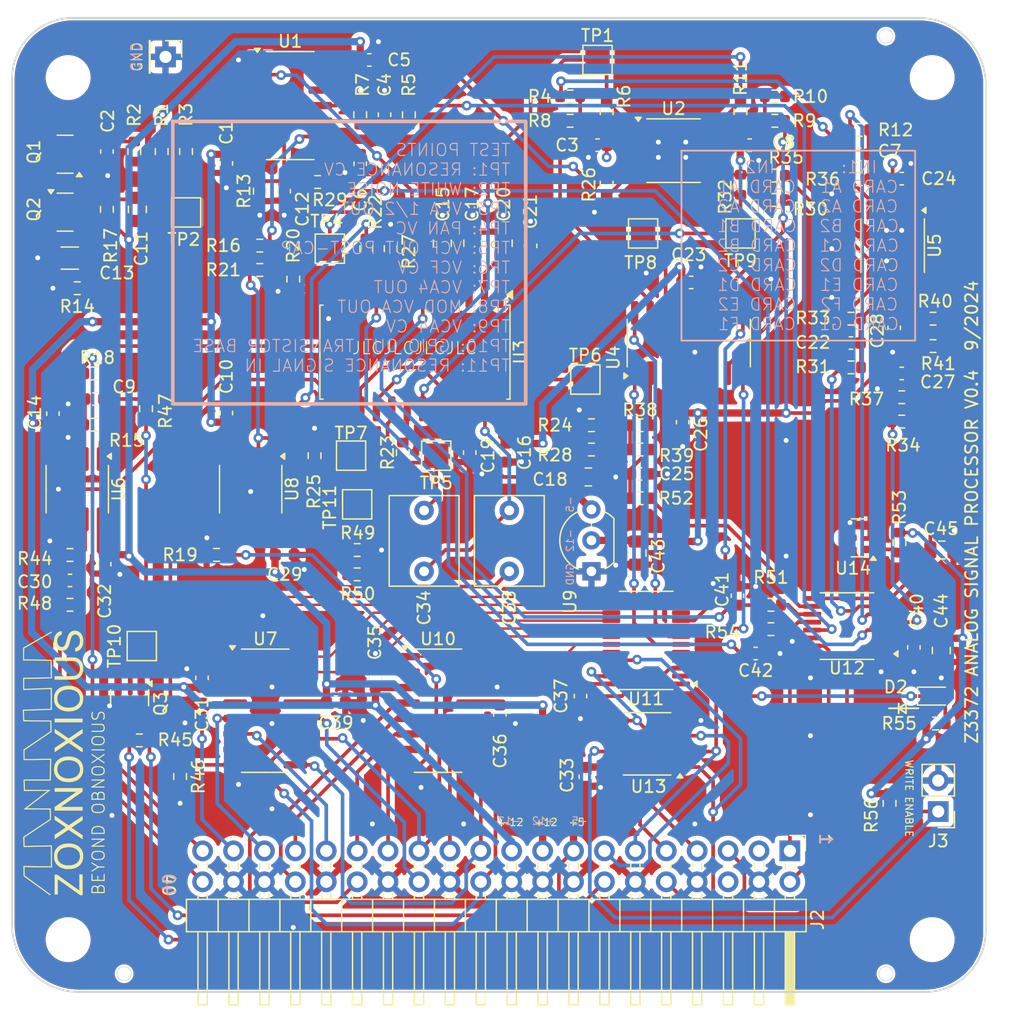
<source format=kicad_pcb>
(kicad_pcb (version 20221018) (generator pcbnew)
  (title_block (title "Z3372 Filter") (date "2025-02-02") (rev "0.5") (company "Zoxnoxious Engineering"))
  (layers (0 "F.Cu" signal) (1 "In1.Cu" power) (2 "In2.Cu" power) (31 "B.Cu" signal) (34 "B.Paste" user) (35 "F.Paste" user) (36 "B.SilkS" user "B.Silkscreen") (37 "F.SilkS" user "F.Silkscreen") (38 "B.Mask" user) (39 "F.Mask" user) (44 "Edge.Cuts" user))
  (net 0 "")
  (net 1 "GND")
  (net 2 "-12V")
  (net 3 "/CARD2_OUT2")
  (net 4 "+12V")
  (net 5 "/CARD3_OUT2")
  (net 6 "/CARD4_OUT2")
  (net 7 "+5V")
  (net 8 "/CARD5_OUT2")
  (net 9 "/SDA1")
  (net 10 "/SCL1")
  (net 11 "/CARD6_OUT2")
  (net 12 "-5V")
  (net 13 "/VCF_SIGNAL1")
  (net 14 "Net-(U1C-Vref)")
  (net 15 "Net-(U5B--)")
  (net 16 "/VCF_LEFT")
  (net 17 "Net-(C11-Pad2)")
  (net 18 "/DAC/VCF_CV")
  (net 19 "/GPIO_MODULE_DRIVEN")
  (net 20 "/I2C_ADDR0")
  (net 21 "/I2C_ADDR2")
  (net 22 "/I2C_ADDR1")
  (net 23 "/DAC/PAN_VCA_CV")
  (net 24 "/filter_as3372/VCF_FM")
  (net 25 "Net-(U3B-Ca)")
  (net 26 "Net-(U3B-Cb)")
  (net 27 "Net-(U3B-Cc)")
  (net 28 "/LED_CTRL")
  (net 29 "/VREF_2.5V")
  (net 30 "/THIS_OUT2")
  (net 31 "/THIS_OUT1")
  (net 32 "/CARD6_OUT1")
  (net 33 "/CARD5_OUT1")
  (net 34 "/CARD4_OUT1")
  (net 35 "/CARD3_OUT1")
  (net 36 "/CARD2_OUT1")
  (net 37 "/CARD1_OUT2")
  (net 38 "/CARD1_OUT1")
  (net 39 "/SPI_CLK")
  (net 40 "Net-(Q1-E)")
  (net 41 "/SPI_MOSI")
  (net 42 "Net-(Q2-E)")
  (net 43 "/VCF_SIGNAL2")
  (net 44 "/CARD7_OUT1")
  (net 45 "/SPI_CS0")
  (net 46 "Net-(Q2-C)")
  (net 47 "/DAC/MOD_AMOUNT_CV")
  (net 48 "Net-(U3B-Cd)")
  (net 49 "Net-(U5C--)")
  (net 50 "/DAC/FINAL_VCA4_CV")
  (net 51 "/filter_as3372/VCF_RIGHT_OUT")
  (net 52 "/filter_as3372/VCA6_OUT")
  (net 53 "Net-(C25-Pad1)")
  (net 54 "/filter_as3372/VCA5_OUT")
  (net 55 "Net-(U5D-+)")
  (net 56 "/VCF_SIG1_CTRL0")
  (net 57 "/VCF_SIG1_EN")
  (net 58 "/VCF_SIG1_CTRL2")
  (net 59 "/VCF_SIG1_CTRL1")
  (net 60 "/VCF_SIG2_CTRL0")
  (net 61 "/VCF_SIG2_EN")
  (net 62 "/VCF_SIG2_CTRL2")
  (net 63 "/VCF_SIG2_CTRL1")
  (net 64 "/VCF_FM_CTRL")
  (net 65 "/VCA_FM_CTRL")
  (net 66 "Net-(C34-Pad2)")
  (net 67 "/DAC/SIG1_VCA1_CV")
  (net 68 "/DAC/SIG2_VCA2_CV")
  (net 69 "/DAC/RESONANCE_CV")
  (net 70 "Net-(U3B-VCF_Out)")
  (net 71 "Net-(C38-Pad2)")
  (net 72 "Net-(Q1-B)")
  (net 74 "Net-(D2-A)")
  (net 77 "Net-(J3-Pin_1)")
  (net 78 "Net-(Q3-B)")
  (net 79 "/filter_as3372/PAN_FM")
  (net 80 "/filter_as3372/WHITE_NOISE")
  (net 81 "/DAC/PAN_VCA_DAC")
  (net 82 "/DAC/SIG1_VCA_DAC")
  (net 83 "/DAC/SIG2_VCA_DAC")
  (net 84 "/filter_as3372/PAN_CV")
  (net 85 "/DAC/RESONANCE_DAC")
  (net 86 "/filter_as3372/MOD_VCA_OUT")
  (net 87 "Net-(R1-Pad2)")
  (net 88 "/DAC/NOISE_CONTROL_CV")
  (net 89 "Net-(U1A-Signal)")
  (net 90 "Net-(U2A--)")
  (net 91 "Net-(U3B-Res_CV)")
  (net 92 "Net-(U2D--)")
  (net 93 "Net-(U1B-Signal)")
  (net 94 "Net-(U10-D)")
  (net 95 "Net-(U3B-VCA1_IN)")
  (net 96 "Net-(U3B-VCA2_IN)")
  (net 97 "/filter_as3372/RES_FM")
  (net 98 "/RES_FM_CTRL")
  (net 99 "Net-(U3C-VCA4_IN)")
  (net 100 "Net-(U3B-VCF_CV)")
  (net 101 "Net-(U3C-VCA4_OUT)")
  (net 102 "Net-(U1B-Io)")
  (net 103 "Net-(U2C--)")
  (net 104 "/DAC/NOISE_CONTROL_DAC")
  (net 105 "Net-(U3C-VCA4_CV)")
  (net 106 "Net-(U5D--)")
  (net 107 "Net-(U7-D)")
  (net 108 "/DAC/VCA4_DAC")
  (net 109 "Net-(U3B-Res_In)")
  (net 110 "/filter_as3372/VCA4_FM")
  (net 111 "Net-(U1A-V_E)")
  (net 112 "/DAC/MOD_AMOUNT_DAC")
  (net 113 "Net-(U1B-V_E)")
  (net 115 "/PAN_FM_CTRL")
  (net 116 "Net-(U5A--)")
  (footprint "Capacitor_SMD:C_0805_2012Metric" (layer "F.Cu") (at 141.75 77.25 -90)
    (fp_text reference "C44")
    (fp_text value "4u7")
  )
  (footprint "Capacitor_SMD:C_0603_1608Metric" (layer "F.Cu") (at 139.5 77 -90)
    (fp_text reference "C40")
    (fp_text value "0.1u")
  )
  (footprint "Resistor_SMD:R_0603_1608Metric" (layer "F.Cu") (at 134.325 50 180)
    (fp_text reference "R33")
    (fp_text value "20k")
  )
  (footprint "Capacitor_SMD:C_0603_1608Metric" (layer "F.Cu") (at 112.1 81 90)
    (fp_text reference "C37")
    (fp_text value "0.1u")
  )
  (footprint "MountingHole:MountingHole_3.2mm_M3" (layer "F.Cu") (at 141 101 180)
    (fp_text reference "H4" hide)
    (fp_text value "MountingHole")
  )
  (footprint "MountingHole:MountingHole_3.2mm_M3" (layer "F.Cu") (at 70 101 180)
    (fp_text reference "H3" hide)
    (fp_text value "MountingHole")
  )
  (footprint "Package_SO:TSSOP-24_4.4x7.8mm_P0.65mm" (layer "F.Cu") (at 117.5 76.425 180)
    (fp_text reference "U11")
    (fp_text value "CAT9555YI-T2")
  )
  (footprint "project_footprints:zoxnoxious_small" (layer "F.Cu") (at 68.75 86.5 90)
    (fp_text reference "G***" hide)
    (fp_text value "LOGO" hide)
  )
  (footprint "Resistor_SMD:R_0603_1608Metric" (layer "F.Cu") (at 141.2875 83.25)
    (fp_text reference "R55")
    (fp_text value "4k7")
  )
  (footprint "LED_SMD:LED_0603_1608Metric" (layer "F.Cu") (at 141.2875 81)
    (fp_text reference "D2")
    (fp_text value "LED")
  )
  (footprint "Connector_PinHeader_2.54mm:PinHeader_2x20_P2.54mm_Horizontal" (layer "F.Cu") (at 129.31 93.71 -90)
    (fp_text reference "J2")
    (fp_text value "Conn_02x20_Odd_Even")
  )
  (footprint "Capacitor_SMD:C_0603_1608Metric" (layer "F.Cu") (at 112.5 87.625 90)
    (fp_text reference "C33")
    (fp_text value "0.1u")
  )
  (footprint "Capacitor_SMD:C_0603_1608Metric" (layer "F.Cu") (at 137.876625 50.75 -90)
    (fp_text reference "C28")
    (fp_text value "0.1u")
  )
  (footprint "Package_SO:SOIC-8_3.9x4.9mm_P1.27mm" (layer "F.Cu") (at 117.575 84.92 180)
    (fp_text reference "U13")
    (fp_text value "M24C02-WMN")
  )
  (footprint "Resistor_SMD:R_0603_1608Metric" (layer "F.Cu") (at 90.25 61.25 -90)
    (fp_text reference "R25")
    (fp_text value "1k")
  )
  (footprint "Resistor_SMD:R_0603_1608Metric" (layer "F.Cu") (at 138.5 58.451625)
    (fp_text reference "R34")
    (fp_text value "20k")
  )
  (footprint "Resistor_SMD:R_0603_1608Metric" (layer "F.Cu") (at 141.075 52.25 180)
    (fp_text reference "R41")
    (fp_text value "20k")
  )
  (footprint "Capacitor_SMD:C_0603_1608Metric" (layer "F.Cu") (at 94 37.275 -90)
    (fp_text reference "C6")
    (fp_text value "4n7")
  )
  (footprint "Resistor_SMD:R_0603_1608Metric" (layer "F.Cu") (at 70.15 69.41)
    (fp_text reference "R44")
    (fp_text value "33k")
  )
  (footprint "Capacitor_SMD:C_0805_2012Metric" (layer "F.Cu") (at 112.75 63 180)
    (fp_text reference "C18")
    (fp_text value "1u")
  )
  (footprint "Resistor_SMD:R_0603_1608Metric" (layer "F.Cu") (at 94.5 44.25 90)
    (fp_text reference "R22")
    (fp_text value "68k")
  )
  (footprint "Capacitor_SMD:C_0805_2012Metric" (layer "F.Cu") (at 141.8 69)
    (fp_text reference "C45")
    (fp_text value "1u")
  )
  (footprint "Connector_PinHeader_2.54mm:PinHeader_1x02_P2.54mm_Vertical" (layer "F.Cu") (at 141.5 90.475 180)
    (fp_text reference "J3")
    (fp_text value "Conn_01x02")
  )
  (footprint "Resistor_SMD:R_0603_1608Metric" (layer "F.Cu") (at 93.75 71 180)
    (fp_text reference "R50")
    (fp_text value "27k")
  )
  (footprint "Capacitor_SMD:C_0603_1608Metric" (layer "F.Cu") (at 108 44.02 90)
    (fp_text reference "C21")
    (fp_text value "330p")
  )
  (footprint "Resistor_SMD:R_0603_1608Metric" (layer "F.Cu") (at 127.75 73.5 180)
    (fp_text reference "R51")
    (fp_text value "15k")
  )
  (footprint "Capacitor_SMD:C_0805_2012Metric" (layer "F.Cu") (at 116.75 69.25 90)
    (fp_text reference "C43")
    (fp_text value "1u")
  )
  (footprint "Resistor_SMD:R_0603_1608Metric" (layer "F.Cu") (at 85.75 39.525 90)
    (fp_text reference "R13")
    (fp_text value "9k1")
  )
  (footprint "Resistor_SMD:R_0603_1608Metric" (layer "F.Cu") (at 127.75 75.5 180)
    (fp_text reference "R54")
    (fp_text value "15k")
  )
  (footprint "Package_SO:SOIC-14_3.9x8.7mm_P1.27mm" (layer "F.Cu") (at 88.25 32.5)
    (fp_text reference "U1")
    (fp_text value "AS3360-Audio")
  )
  (footprint "Resistor_SMD:R_0603_1608Metric" (layer "F.Cu") (at 117 60.75)
    (fp_text reference "R39")
    (fp_text value "20k")
  )
  (footprint "Resistor_SMD:R_0603_1608Metric" (layer "F.Cu") (at 138.3125 68.395 -90)
    (fp_text reference "R53")
    (fp_text value "4k7")
  )
  (footprint "TestPoint:TestPoint_Pad_2.0x2.0mm" (layer "F.Cu") (at 112.5 55 -90)
    (fp_text reference "TP6")
    (fp_text value "TestPoint")
  )
  (footprint "Package_SO:TSSOP-14_4.4x5mm_P0.65mm" (layer "F.Cu") (at 137.75 44 -90)
    (fp_text reference "U5")
    (fp_text value "TL074")
  )
  (footprint "Capacitor_SMD:C_0805_2012Metric" (layer "F.Cu") (at 75.6875 41.025 -90)
    (fp_text reference "C11")
    (fp_text value "4u7")
  )
  (footprint "Package_TO_SOT_SMD:SOT-23" (layer "F.Cu") (at 135 68 180)
    (fp_text reference "U14")
    (fp_text value "LM4040AIM3-2.5")
  )
  (footprint "Resistor_SMD:R_0603_1608Metric" (layer "F.Cu") (at 114.25 33 -90)
    (fp_text reference "R6")
    (fp_text value "20k")
  )
  (footprint "Resistor_SMD:R_0603_1608Metric" (layer "F.Cu") (at 88.5 46.75 90)
    (fp_text reference "R20")
    (fp_text value "1k")
  )
  (footprint "Package_SO:TSSOP-16_4.4x5mm_P0.65mm" (layer "F.Cu") (at 134 75.25 180)
    (fp_text reference "U12")
    (fp_text value "AD5328")
  )
  (footprint "Package_SO:SOIC-16_3.9x9.9mm_P1.27mm" (layer "F.Cu") (at 121 52 90)
    (fp_text reference "U4")
    (fp_text value "DG442xY")
  )
  (footprint "Capacitor_SMD:C_0603_1608Metric" (layer "F.Cu") (at 113.5 35.75)
    (fp_text reference "C3")
    (fp_text value "0.1u")
  )
  (footprint "Capacitor_SMD:C_0603_1608Metric" (layer "F.Cu") (at 125 72.75 90)
    (fp_text reference "C41")
    (fp_text value "10n")
  )
  (footprint "Capacitor_SMD:C_1206_3216Metric" (layer "F.Cu") (at 70.13 45.025 180)
    (fp_text reference "C13")
    (fp_text value "22u")
  )
  (footprint "Resistor_SMD:R_0603_1608Metric" (layer "F.Cu") (at 117 64.75)
    (fp_text reference "R52")
    (fp_text value "2k")
  )
  (footprint "Resistor_SMD:R_0603_1608Metric" (layer "F.Cu") (at 76.4 57.4 -90)
    (fp_text reference "R47")
    (fp_text value "100k")
  )
  (footprint "Capacitor_SMD:C_0603_1608Metric" (layer "F.Cu") (at 73.1875 36.275 -90)
    (fp_text reference "C2")
    (fp_text value "0.1u")
  )
  (footprint "TestPoint:TestPoint_Pad_2.0x2.0mm" (layer "F.Cu") (at 113.5 28.75)
    (fp_text reference "TP1")
    (fp_text value "TestPoint")
  )
  (footprint "Resistor_SMD:R_0603_1608Metric" (layer "F.Cu") (at 82.2 69.4)
    (fp_text reference "R19")
    (fp_text value "100k")
  )
  (footprint "Capacitor_SMD:C_0603_1608Metric" (layer "F.Cu") (at 138.5 54.5 180)
    (fp_text reference "C27")
    (fp_text value "47n")
  )
  (footprint "Capacitor_SMD:C_0805_2012Metric" (layer "F.Cu") (at 103.25 43.8 90)
    (fp_text reference "C17")
    (fp_text value "33n")
  )
  (footprint "TestPoint:TestPoint_Pad_2.0x2.0mm" (layer "F.Cu") (at 117.25 43 90)
    (fp_text reference "TP8")
    (fp_text value "TestPoint")
  )
  (footprint "Resistor_SMD:R_0603_1608Metric" (layer "F.Cu") (at 77.6875 36.275 -90)
    (fp_text reference "R1")
    (fp_text value "330k")
  )
  (footprint "Resistor_SMD:R_0603_1608Metric" (layer "F.Cu") (at 98 33.25 -90)
    (fp_text reference "R5")
    (fp_text value "15k")
  )
  (footprint "Capacitor_THT:C_Rect_L7.2mm_W5.5mm_P5.00mm_FKS2_FKP2_MKS2_MKP2" (layer "F.Cu") (at 106.25 65.75 -90)
    (fp_text reference "C38")
    (fp_text value "2u2")
  )
  (footprint "Capacitor_SMD:C_0603_1608Metric" (layer "F.Cu") (at 138.5 38.5)
    (fp_text reference "C24")
    (fp_text value "0.1u")
  )
  (footprint "Capacitor_SMD:C_0603_1608Metric" (layer "F.Cu") (at 83 57.75 -90)
    (fp_text reference "C10")
    (fp_text value "0.1u")
  )
  (footprint "TestPoint:TestPoint_Pad_2.0x2.0mm" (layer "F.Cu") (at 93.75 65.25 -90)
    (fp_text reference "TP11")
    (fp_text value "TestPoint")
  )
  (footprint "Package_TO_SOT_SMD:SOT-23" (layer "F.Cu") (at 69.75 41.25)
    (fp_text reference "Q2")
    (fp_text value "MMBT3904")
  )
  (footprint "Resistor_SMD:R_0603_1608Metric" (layer "F.Cu") (at 72.15 58.71)
    (fp_text reference "R15")
    (fp_text value "33k")
  )
  (footprint "Package_SO:SOIC-16_3.9x9.9mm_P1.27mm" (layer "F.Cu") (at 86.2 82.2)
    (fp_text reference "U7")
    (fp_text value "MUX508")
  )
  (footprint "Package_TO_SOT_SMD:SOT-23" (layer "F.Cu") (at 69.75 36.495 180)
    (fp_text reference "Q1")
    (fp_text value "MMBT3904")
  )
  (footprint "Package_SO:SOIC-24W_7.5x15.4mm_P1.27mm" (layer "F.Cu") (at 98.5 52.75 -90)
    (fp_text reference "U3")
    (fp_text value "AS3372")
  )
  (footprint "Capacitor_SMD:C_0603_1608Metric" (layer "F.Cu") (at 135 36.5 180)
    (fp_text reference "C7")
    (fp_text value "10n")
  )
  (footprint "Resistor_SMD:R_0603_1608Metric" (layer "F.Cu") (at 75.85 84.6375)
    (fp_text reference "R45")
    (fp_text value "10k")
  )
  (footprint "Capacitor_SMD:C_0603_1608Metric" (layer "F.Cu") (at 94.75 28.75 180)
    (fp_text reference "C5")
    (fp_text value "0.1u")
  )
  (footprint "Capacitor_SMD:C_0603_1608Metric" (layer "F.Cu") (at 68.75 57.8 90)
    (fp_text reference "C14")
    (fp_text value "0.1u")
  )
  (footprint "Resistor_SMD:R_0603_1608Metric" (layer "F.Cu") (at 113 60.75)
    (fp_text reference "R28")
    (fp_text value "39k")
  )
  (footprint "Capacitor_SMD:C_0603_1608Metric" (layer "F.Cu") (at 134.325 52 180)
    (fp_text reference "C22")
    (fp_text value "22n")
  )
  (footprint "Resistor_SMD:R_0603_1608Metric" (layer "F.Cu") (at 96.5 44.25 -90)
    (fp_text reference "R27")
    (fp_text value "1k")
  )
  (footprint "Capacitor_SMD:C_0603_1608Metric" (layer "F.Cu") (at 126 35.75)
    (fp_text reference "C8")
    (fp_text value "0.1u")
  )
  (footprint "Resistor_SMD:R_0603_1608Metric" (layer "F.Cu") (at 70.15 73.5 180)
    (fp_text reference "R48")
    (fp_text value "51")
  )
  (footprint "Resistor_SMD:R_0603_1608Metric" (layer "F.Cu") (at 113 58.75)
    (fp_text reference "R24")
    (fp_text value "1k")
  )
  (footprint "Resistor_SMD:R_0603_1608Metric" (layer "F.Cu") (at 111.25 31.75 180)
    (fp_text reference "R4")
    (fp_text value "20k")
  )
  (footprint "Resistor_SMD:R_0603_1608Metric" (layer "F.Cu") (at 128.075 33.75)
    (fp_text reference "R9")
    (fp_text value "30k")
  )
  (footprint "Capacitor_SMD:C_0603_1608Metric" (layer "F.Cu") (at 96 33.25 90)
    (fp_text reference "C4")
    (fp_text value "0.1u")
  )
  (footprint "Resistor_SMD:R_0603_1608Metric" (layer "F.Cu") (at 79.2 87.6 90)
    (fp_text reference "R46")
    (fp_text value "100k")
  )
  (footprint "Resistor_SMD:R_0603_1608Metric" (layer "F.Cu") (at 97.5 61 90)
    (fp_text reference "R23")
    (fp_text value "22k")
  )
  (footprint "Resistor_SMD:R_0603_1608Metric" (layer "F.Cu") (at 135 38.548375 180)
    (fp_text reference "R36")
    (fp_text value "33k")
  )
  (footprint "TestPoint:TestPoint_Pad_2.0x2.0mm" (layer "F.Cu") (at 91.5 44.25 90)
    (fp_text reference "TP4")
    (fp_text value "TestPoint")
  )
  (footprint "TestPoint:TestPoint_Pad_2.0x2.0mm" (layer "F.Cu") (at 100.25 61.25 -90)
    (fp_text reference "TP5")
    (fp_text value "TestPoint")
  )
  (footprint "TestPoint:TestPoint_Pad_2.0x2.0mm" (layer "F.Cu") (at 79.6875 41.275 90)
    (fp_text reference "TP2")
    (fp_text value "TestPoint")
  )
  (footprint "Package_SO:TSSOP-14_4.4x5mm_P0.65mm" (layer "F.Cu") (at 119.75 36.2)
    (fp_text reference "U2")
    (fp_text value "TL074")
  )
  (footprint "Resistor_SMD:R_0603_1608Metric" (layer "F.Cu") (at 125.25 33 90)
    (fp_text reference "R11")
    (fp_text value "20k")
  )
  (footprint "Capacitor_SMD:C_0603_1608Metric" (layer "F.Cu") (at 103 61 90)
    (fp_text reference "C19")
    (fp_text value "0.1u")
  )
  (footprint "TestPoint:TestPoint_Pad_2.0x2.0mm" (layer "F.Cu") (at 76.05 76.8875 180)
    (fp_text reference "TP10")
    (fp_text value "TestPoint")
  )
  (footprint "Capacitor_SMD:C_0603_1608Metric" (layer "F.Cu") (at 72.15 56.6)
    (fp_text reference "C9")
    (fp_text value "33p")
  )
  (footprint "Capacitor_SMD:C_0603_1608Metric" (layer "F.Cu") (at 87.8 69.4 180)
    (fp_text reference "C29")
    (fp_text value "0.1u")
  )
  (footprint "Capacitor_SMD:C_0805_2012Metric" (layer "F.Cu") (at 105.75 43.8 90)
    (fp_text reference "C20")
    (fp_text value "33n")
  )
  (footprint "Resistor_SMD:R_0603_1608Metric" (layer "F.Cu") (at 73.1875 41.025 90)
    (fp_text reference "R17")
    (fp_text value "4k7")
  )
  (footprint "Resistor_SMD:R_0603_1608Metric" (layer "F.Cu") (at 128.075 40.25)
    (fp_text reference "R30")
    (fp_text value "20k")
  )
  (footprint "Resistor_SMD:R_0603_1608Metric" (layer "F.Cu") (at 72.15 54.5 180)
    (fp_text reference "R18")
    (fp_text value "51")
  )
  (footprint "Resistor_SMD:R_0603_1608Metric" (layer "F.Cu") (at 94 33.25 -90)
    (fp_text reference "R7")
    (fp_text value "9k1")
  )
  (footprint "Capacitor_SMD:C_0603_1608Metric" (layer "F.Cu") (at 87.75 39.525 -90)
    (fp_text reference "C12")
    (fp_text value "0.1u")
  )
  (footprint "Resistor_SMD:R_0603_1608Metric" (layer "F.Cu") (at 111.25 33.75 180)
    (fp_text reference "R8")
    (fp_text value "30k")
  )
  (footprint "Resistor_SMD:R_0603_1608Metric" (layer "F.Cu") (at 93.75 69)
    (fp_text reference "R49")
    (fp_text value "1k")
  )
  (footprint "TestPoint:TestPoint_Pad_2.0x2.0mm" (layer "F.Cu") (at 125.25 43 -90)
    (fp_text reference "TP9")
    (fp_text value "TestPoint")
  )
  (footprint "Resistor_SMD:R_0603_1608Metric" (layer "F.Cu") (at 128.075 38.25 180)
    (fp_text reference "R35")
    (fp_text value "20k")
  )
  (footprint "MountingHole:MountingHole_3.2mm_M3" (layer "F.Cu") (at 141 30.2 180)
    (fp_text reference "H2" hide)
    (fp_text value "MountingHole")
  )
  (footprint "Resistor_SMD:R_0603_1608Metric" (layer "F.Cu") (at 70.75 47.5 180)
    (fp_text reference "R14")
    (fp_text value "1k")
  )
  (footprint "Resistor_SMD:R_0603_1608Metric" (layer "F.Cu") (at 128.075 31.75 180)
    (fp_text reference "R10")
    (fp_text value "20k")
  )
  (footprint "Capacitor_SMD:C_0603_1608Metric" (layer "F.Cu") (at 83 37.25 -90)
    (fp_text reference "C1")
    (fp_text value "0.1u")
  )
  (footprint "Resistor_SMD:R_0603_1608Metric" (layer "F.Cu") (at 125.25 39 90)
    (fp_text reference "R32")
    (fp_text value "20k")
  )
  (footprint "Resistor_SMD:R_0603_1608Metric" (layer "F.Cu") (at 85.75 44 180)
    (fp_text reference "R16")
    (fp_text value "20k")
  )
  (footprint "MountingHole:MountingHole_3.2mm_M3" (layer "F.Cu") (at 70 30.2 180)
    (fp_text reference "H1" hide)
    (fp_text value "MountingHole")
  )
  (footprint "Capacitor_SMD:C_0603_1608Metric" (layer "F.Cu") (at 126.5 77.5)
    (fp_text reference "C42")
    (fp_text value "10n")
  )
  (footprint "Capacitor_SMD:C_0603_1608Metric" (layer "F.Cu") (at 95.25 79.5 -90)
    (fp_text reference "C35")
    (fp_text value "0.1u")
  )
  (footprint "Capacitor_SMD:C_0603_1608Metric" (layer "F.Cu") (at 105.475 82.5 90)
    (fp_text reference "C36")
    (fp_text value "0.1u")
  )
  (footprint "Capacitor_SMD:C_0603_1608Metric" (layer "F.Cu") (at 73 70.16 90)
    (fp_text reference "C32")
    (fp_text value "0.1u")
  )
  (footprint "Capacitor_SMD:C_0603_1608Metric" (layer "F.Cu") (at 117 62.75)
    (fp_text reference "C25")
    (fp_text value "0.1u")
  )
  (footprint "Resistor_SMD:R_0603_1608Metric" (layer "F.Cu") (at 134.325 54)
    (fp_text reference "R31")
    (fp_text value "20k")
  )
  (footprint "Resistor_SMD:R_0603_1608Metric" (layer "F.Cu") (at 85.75 46 180)
    (fp_text reference "R21")
    (fp_text value "68k")
  )
  (footprint "Resistor_SMD:R_0603_1608Metric" (layer "F.Cu") (at 137.5 89.8 -90)
    (fp_text reference "R56")
    (fp_text value "4k7")
  )
  (footprint "Connector_PinHeader_2.54mm:PinHeader_1x01_P2.54mm_Vertical" (layer "F.Cu") (at 78 28.5 -90)
    (fp_text reference "J1" hide)
    (fp_text value "Conn_01x01")
  )
  (footprint "Resistor_SMD:R_0603_1608Metric" (layer "F.Cu") (at 79.6875 36.275 90)
    (fp_text reference "R3")
    (fp_text value "36k")
  )
  (footprint "Capacitor_SMD:C_0805_2012Metric" (layer "F.Cu") (at 100.75 43.8 -90)
    (fp_text reference "C15")
    (fp_text value "33n")
  )
  (footprint "Resistor_SMD:R_0603_1608Metric" (layer "F.Cu") (at 141.075 50)
    (fp_text reference "R40")
    (fp_text value "20k")
  )
  (footprint "Resistor_SMD:R_0603_1608Metric" (layer "F.Cu") (at 75.4375 36.275 90)
    (fp_text reference "R2")
    (fp_text value "330k")
  )
  (footprint "Package_TO_SOT_SMD:SOT-23" (layer "F.Cu") (at 75.05 81.1375 -90)
    (fp_text reference "Q3")
    (fp_text value "MMBT3904")
  )
  (footprint "Capacitor_SMD:C_0603_1608Metric" (layer "F.Cu") (at 81 79.5 -90)
    (fp_text reference "C31")
    (fp_text value "0.1u")
  )
  (footprint "Capacitor_SMD:C_0603_1608Metric" (layer "F.Cu") (at 121.2 47.025 180)
    (fp_text reference "C23")
    (fp_text value "0.1u")
  )
  (footprint "Capacitor_THT:C_Rect_L7.2mm_W5.5mm_P5.00mm_FKS2_FKP2_MKS2_MKP2" (layer "F.Cu") (at 99.25 70.75 90)
    (fp_text reference "C34")
    (fp_text value "2u2")
  )
  (footprint "Capacitor_SMD:C_0603_1608Metric" (layer "F.Cu") (at 120.5 58.5 -90)
    (fp_text reference "C26")
    (fp_text value "0.1u")
  )
  (footprint "Package_SO:SOIC-16_3.9x9.9mm_P1.27mm" (layer "F.Cu") (at 100.4 82.2)
    (fp_text reference "U10")
    (fp_text value "MUX508")
  )
  (footprint "Capacitor_SMD:C_0603_1608Metric" (layer "F.Cu") (at 92 81.5 180)
    (fp_text reference "C39")
    (fp_text value "0.1u")
  )
  (footprint "Capacitor_SMD:C_0603_1608Metric" (layer "F.Cu") (at 106 61 90)
    (fp_text reference "C16")
    (fp_text value "0.1u")
  )
  (footprint "Capacitor_SMD:C_0603_1608Metric" (layer "F.Cu") (at 70.15 71.5)
    (fp_text reference "C30")
    (fp_text value "33p")
  )
  (footprint "Resistor_SMD:R_0603_1608Metric" (layer "F.Cu") (at 138.5 56.451625)
    (fp_text reference "R37")
    (fp_text value "20k")
  )
  (footprint "Resistor_SMD:R_0603_1608Metric" (layer "F.Cu") (at 117 58.75)
    (fp_text reference "R38")
    (fp_text value "36k")
  )
  (footprint "Package_SO:SOIC-8_3.9x4.9mm_P1.27mm" (layer "F.Cu") (at 70.75 64 -90)
    (fp_text reference "U6")
    (fp_text value "NE5532")
  )
  (footprint "Package_TO_SOT_THT:TO-92_Inline_Wide" (layer "F.Cu") (at 113 70.75 90)
    (fp_text reference "U9")
    (fp_text value "L79L05_TO92")
  )
  (footprint "Resistor_SMD:R_0603_1608Metric" (layer "F.Cu") (at 135 34.5)
    (fp_text reference "R12")
    (fp_text value "47k")
  )
  (footprint "Resistor_SMD:R_0603_1608Metric" (layer "F.Cu") (at 114.25 38.95 -90)
    (fp_text reference "R26")
    (fp_text value "47k")
  )
  (footprint "Package_SO:SOIC-8_3.9x4.9mm_P1.27mm" (layer "F.Cu") (at 85 64 -90)
    (fp_text reference "U8")
    (fp_text value "TL072")
  )
  (footprint "Resistor_SMD:R_0603_1608Metric" (layer "F.Cu") (at 90.5 38.775 180)
    (fp_text reference "R29")
    (fp_text value "15k")
  )
  (footprint "TestPoint:TestPoint_Pad_2.0x2.0mm" (layer "F.Cu") (at 93.25 61.25)
    (fp_text reference "TP7")
    (fp_text value "TestPoint")
  )
  (gr_rect (start 78.6 33.8) (end 107.6 57) (stroke (width 0.3)) (fill none) (layer "B.SilkS"))
  (gr_rect (start 120.4 36.2) (end 139.6 51.8) (stroke (width 0.15)) (fill none) (layer "B.SilkS"))
  (gr_line (start 138.85 81.6) (end 138.25 82) (stroke (width 0.15)) (layer "F.SilkS"))
  (gr_line (start 139.85 82) (end 137.45 82) (stroke (width 0.15)) (layer "F.SilkS"))
  (gr_line (start 138.85 82.4) (end 138.85 81.6) (stroke (width 0.15)) (layer "F.SilkS"))
  (gr_line (start 138.25 81.6) (end 138.25 82.4) (stroke (width 0.15)) (layer "F.SilkS"))
  (gr_line (start 138.25 82) (end 138.85 82.4) (stroke (width 0.15)) (layer "F.SilkS"))
  (gr_arc (start 70.9 105.3) (mid 67.010913 103.689087) (end 65.4 99.8) (stroke (width 0.15)) (layer "Edge.Cuts"))
  (gr_arc (start 145.4 100.3) (mid 143.935534 103.835534) (end 140.4 105.3) (stroke (width 0.15)) (layer "Edge.Cuts"))
  (gr_line (start 140.4 105.3) (end 70.9 105.3) (stroke (width 0.15)) (layer "Edge.Cuts"))
  (gr_arc (start 65.4 30.3) (mid 66.864466 26.764466) (end 70.4 25.3) (stroke (width 0.15)) (layer "Edge.Cuts"))
  (gr_arc (start 139.9 25.3) (mid 143.789087 26.910913) (end 145.4 30.8) (stroke (width 0.15)) (layer "Edge.Cuts"))
  (gr_line (start 70.4 25.3) (end 139.9 25.3) (stroke (width 0.15)) (layer "Edge.Cuts"))
  (gr_line (start 145.4 100.3) (end 145.4 30.8) (stroke (width 0.15)) (layer "Edge.Cuts"))
  (gr_line (start 65.4 30.3) (end 65.4 99.8) (stroke (width 0.15)) (layer "Edge.Cuts"))
  (gr_circle (center 74.6 103.8) (end 74.024 103.8) (stroke (width 0.05)) (fill none) (layer "Edge.Cuts"))
  (gr_circle (center 137.2 26.8) (end 136.624 26.8) (stroke (width 0.05)) (fill none) (layer "Edge.Cuts"))
  (gr_circle (center 137.2 103.8) (end 136.624 103.8) (stroke (width 0.05)) (fill none) (layer "Edge.Cuts"))
  (gr_text "+5   +12  -12" (at 109 91.25) (layer "B.SilkS") (effects (font (size 0.6 0.6) (thickness 0.09)) (justify mirror)))
  (gr_text "-5   -12  GND" (at 111.25 68.25 90) (layer "B.SilkS") (effects (font (size 0.6 0.6) (thickness 0.09)) (justify mirror)))
  (gr_text "GND" (at 75.5 28.5 270) (layer "B.SilkS") (effects (font (size 0.8 0.8) (thickness 0.09)) (justify mirror)))
  (gr_text "40" (at 78.25 96.5 270) (layer "B.SilkS") (effects (font (size 1 1)) (justify mirror)))
  (gr_text "IN2:\nCARD A1\nCARD A2\nCARD B1\nCARD B2\nCARD C2\nCARD D1\nCARD E2\nCARD F1" (at 126.6 44) (layer "B.SilkS") (effects (font (size 1 1) (thickness 0.09)) (justify mirror)))
  (gr_text "IN1:\nCARD A1\nCARD A2\nCARD B2\nCARD C1\nCARD D2\nCARD E1\nCARD F2\nCARD G1" (at 135 44) (layer "B.SilkS") (effects (font (size 1 1) (thickness 0.09)) (justify mirror)))
  (gr_text "1" (at 132.25 92.75 270) (layer "B.SilkS") (effects (font (size 1 1)) (justify mirror)))
  (gr_text "TEST POINTS\nTP1: RESONANCE CV\nTP2: WHITE NOISE\nTP3: VCA 1/2 OUT\nTP4: PAN VC\nTP5: VCF OUT POST-CAP\nTP6: VCF CV\nTP7: VCA4 OUT\nTP8: MOD VCA OUT\nTP9: VCA4 CV\nTP10: GPIO OUT TRANSISTOR BASE\nTP11: RESONANCE SIGNAL IN" (at 106.4 45) (layer "B.SilkS") (effects (font (size 1 1) (thickness 0.09)) (justify left mirror)))
  (gr_text "Z3372 ANALOG SIGNAL PROCESSOR V0.4  9/2024" (at 144.25 85 90) (layer "F.SilkS") (effects (font (size 1 1)) (justify left)))
  (gr_text "-12  +12  +5" (at 108.985 91.36) (layer "F.SilkS") (effects (font (size 0.6 0.6) (thickness 0.09))))
  (gr_text "40" (at 78.25 96.5 270) (layer "F.SilkS") (effects (font (size 1 1))))
  (gr_text "BEYOND OBNOXIOUS" (at 72.5 89.75 90) (layer "F.SilkS") (effects (font (size 1 1) (thickness 0.09))))
  (gr_text "WRITE ENABLE" (at 139.1 89.4 270) (layer "F.SilkS") (effects (font (size 0.6 0.6) (thickness 0.09))))
  (gr_text "JLCJLCJLCJLC" (at 93.25 53) (layer "F.SilkS") (effects (font (size 1 1) (thickness 0.09)) (justify left bottom)))
  (gr_text "1" (at 132.25 92.75 270) (layer "F.SilkS") (effects (font (size 1 1))))
  (gr_text "GND" (at 75.7 28.5 90) (layer "F.SilkS") (effects (font (size 0.8 0.8) (thickness 0.09))))
  (segment (start 136.8625 78.9375) (end 136.8 79) (width 0.3) (layer "F.Cu") (net 1))
  (segment (start 120.5 59.275) (end 120.5 60.5) (width 0.6) (layer "F.Cu") (net 1))
  (segment (start 79.2 88.425) (end 79.2 89.8) (width 0.3) (layer "F.Cu") (net 1))
  (segment (start 137.1 42.6) (end 137.25 42.75) (width 0.3) (layer "F.Cu") (net 1))
  (segment (start 103.025 61.775) (end 104 62.75) (width 0.3) (layer "F.Cu") (net 1))
  (segment (start 137.675 56.451625) (end 137.201625 56.451625) (width 0.3) (layer "F.Cu") (net 1))
  (segment (start 121.635 52.885) (end 121.5 52.75) (width 0.3) (layer "F.Cu") (net 1))
  (segment (start 138.4 42.65) (end 138.5 42.75) (width 0.3) (layer "F.Cu") (net 1))
  (segment (start 95.525 28.75) (end 95.525 27.275) (width 0.6) (layer "F.Cu") (net 1))
  (segment (start 121.975 47.025) (end 121.975 45.775) (width 0.6) (layer "F.Cu") (net 1))
  (segment (start 106.725 83.275) (end 106.75 83.25) (width 0.6) (layer "F.Cu") (net 1))
  (segment (start 68.845 67.905) (end 68.845 66.475) (width 0.3) (layer "F.Cu") (net 1))
  (segment (start 91.515 49.885) (end 91.4 50) (width 0.3) (layer "F.Cu") (net 1))
  (segment (start 70 59.75) (end 70 61.41) (width 0.3) (layer "F.Cu") (net 1))
  (segment (start 87.425 47.575) (end 87.25 47.75) (width 0.3) (layer "F.Cu") (net 1))
  (segment (start 112.175 57.675) (end 112 57.5) (width 0.3) (layer "F.Cu") (net 1))
  (segment (start 137.201625 56.451625) (end 136.5 55.75) (width 0.3) (layer "F.Cu") (net 1))
  (segment (start 86.795 80.295) (end 86.75 80.25) (width 0.3) (layer "F.Cu") (net 1))
  (segment (start 136.5 55.75) (end 136.5 55.725) (width 0.3) (layer "F.Cu") (net 1))
  (segment (start 134.25 66.75) (end 135.6375 66.75) (width 0.3) (layer "F.Cu") (net 1))
  (segment (start 136.5 55.75) (end 136.725 55.525) (width 0.3) (layer "F.Cu") (net 1))
  (segment (start 68.655 45.025) (end 67.525 45.025) (width 0.3) (layer "F.Cu") (net 1))
  (segment (start 120.05 83.015) (end 121.985 83.015) (width 0.6) (layer "F.Cu") (net 1))
  (segment (start 129.775 76.225) (end 129.5 76.5) (width 0.3) (layer "F.Cu") (net 1))
  (segment (start 118.5 35.5) (end 118.45 35.55) (width 0.3) (layer "F.Cu") (net 1))
  (segment (start 68.5 68.25) (end 68.845 67.905) (width 0.3) (layer "F.Cu") (net 1))
  (segment (start 91.515 48.1) (end 91.515 49.885) (width 0.3) (layer "F.Cu") (net 1))
  (segment (start 139.5 77.775) (end 139.5 79) (width 0.6) (layer "F.Cu") (net 1))
  (segment (start 126.775 36.975) (end 126.75 37) (width 0.6) (layer "F.Cu") (net 1))
  (segment (start 137.75 52.75) (end 137.75 51.651625) (width 0.3) (layer "F.Cu") (net 1))
  (segment (start 126.5 72) (end 126.475 71.975) (width 0.3) (layer "F.Cu") (net 1))
  (segment (start 119.25 62.75) (end 117.775 62.75) (width 0.3) (layer "F.Cu") (net 1))
  (segment (start 88.575 69.4) (end 88.575 69.775) (width 0.6) (layer "F.Cu") (net 1))
  (segment (start 88.5 47.575) (end 87.425 47.575) (width 0.3) (layer "F.Cu") (net 1))
  (segment (start 81 78.725) (end 79.775 78.725) (width 0.6) (layer "F.Cu") (net 1))
  (segment (start 126.475 71.975) (end 125 71.975) (width 0.3) (layer "F.Cu") (net 1))
  (segment (start 81.375 68.025) (end 81.4 68) (width 0.3) (layer "F.Cu") (net 1))
  (segment (start 70 61.41) (end 70.115 61.525) (width 0.3) (layer "F.Cu") (net 1))
  (segment (start 68.75 57.025) (end 69.975 57.025) (width 0.6) (layer "F.Cu") (net 1))
  (segment (start 121.985 83.015) (end 122 83) (width 0.6) (layer "F.Cu") (net 1))
  (segment (start 84.06 28.69) (end 84 28.75) (width 0.6) (layer "F.Cu") (net 1))
  (segment (start 69.975 57.025) (end 70 57) (width 0.6) (layer "F.Cu") (net 1))
  (segment (start 96.5 43.425) (end 96.5 42.25) (width 0.3) (layer "F.Cu") (net 1))
  (segment (start 87.75 40.3) (end 87.75 41.5) (width 0.3) (layer "F.Cu") (net 1))
  (segment (start 88.675 80.295) (end 86.795 80.295) (width 0.3) (layer "F.Cu") (net 1))
  (segment (start 83 38.025) (end 83 39.25) (width 0.6) (layer "F.Cu") (net 1))
  (segment (start 136.5 55.725) (end 137.725 54.5) (width 0.3) (layer "F.Cu") (net 1))
  (segment (start 95.525 27.275) (end 95.5 27.25) (width 0.6) (layer "F.Cu") (net 1))
  (segment (start 73.1875 38.1875) (end 73.25 38.25) (width 0.3) (layer "F.Cu") (net 1))
  (segment (start 121.635 54.475) (end 121.635 52.885) (width 0.3) (layer "F.Cu") (net 1))
  (segment (start 139.275 38.5) (end 139.275 37.275) (width 0.3) (layer "F.Cu") (net 1))
  (segment (start 85.75 40.35) (end 85.75 41.5) (width 0.3) (layer "F.Cu") (net 1))
  (segment (start 90.25 60.425) (end 90.25 59) (width 0.3) (layer "F.Cu") (net 1))
  (segment (start 137.25 45.25) (end 137.1 45.4) (width 0.3) (layer "F.Cu") (net 1))
  (segment (start 116.75 70.2) (end 115.05 70.2) (width 0.6) (layer "F.Cu") (net 1))
  (segment (start 137.75 51.651625) (end 137.876625 51.525) (width 0.3) (layer "F.Cu") (net 1))
  (segment (start 67.525 45.025) (end 67.5 45) (width 0.3) (layer "F.Cu") (net 1))
  (segment (start 100.75 42.85) (end 100.75 41.5) (width 0.3) (layer "F.Cu") (net 1))
  (segment (start 120.75 36.75) (end 120.85 36.85) (width 0.3) (layer "F.Cu") (net 1))
  (segment (start 105.205 80.295) (end 105.25 80.25) (width 0.3) (layer "F.Cu") (net 1))
  (segment (start 73 70.935) (end 74.185 70.935) (width 0.6) (layer "F.Cu") (net 1))
  (segment (start 142.75 67.45) (end 142.8 67.4) (width 0.3) (layer "F.Cu") (net 1))
  (segment (start 108 43.245) (end 108 42) (width 0.3) (layer "F.Cu") (net 1))
  (segment (start 139.275 37.275) (end 139.25 37.25) (width 0.3) (layer "F.Cu") (net 1))
  (segment (start 112.1 82.85) (end 112.1 81.775) (width 0.6) (layer "F.Cu") (net 1))
  (segment (start 73.1875 37.05) (end 73.1875 38.1875) (width 0.3) (layer "F.Cu") (net 1))
  (segment (start 136.725 55.525) (end 136.725 55.501625) (width 0.3) (layer "F.Cu") (net 1))
  (segment (start 126.775 35.75) (end 126.775 36.975) (width 0.6) (layer "F.Cu") (net 1))
  (segment (start 112.725 36.725) (end 112.75 36.75) (width 0.6) (layer "F.Cu") (net 1))
  (segment (start 93.95 38) (end 94 38.05) (width 0.3) (layer "F.Cu") (net 1))
  (segment (start 113.65 88.4) (end 113.75 88.5) (width 0.6) (layer "F.Cu") (net 1))
  (segment (start 112.5 88.4) (end 113.65 88.4) (width 0.6) (layer "F.Cu") (net 1))
  (segment (start 74.1 81.1) (end 73.4 81.8) (width 0.3) (layer "F.Cu") (net 1))
  (segment (start 95.25 78.725) (end 95.25 77.5) (width 0.6) (layer "F.Cu") (net 1))
  (segment (start 79.775 78.725) (end 79.75 78.75) (width 0.6) (layer "F.Cu") (net 1))
  (segment (start 121.9 72.85) (end 120.3625 72.85) (width 0.3) (layer "F.Cu") (net 1))
  (segment (start 92.775 81.525) (end 94.25 83) (width 0.6) (layer "F.Cu") (net 1))
  (segment (start 118.4 36.85) (end 116.8875 36.85) (width 0.3) (layer "F.Cu") (net 1))
  (segment (start 137.1 45.4) (end 137.1 46.8625) (width 0.3) (layer "F.Cu") (net 1))
  (segment (start 102.875 80.295) (end 105.205 80.295) (width 0.3) (layer "F.Cu") (net 1))
  (segment (start 112.725 35.75) (end 112.725 36.725) (width 0.3) (layer "F.Cu") (net 1))
  (segment (start 141.75 78.2) (end 141.75 79.5) (width 0.6) (layer "F.Cu") (net 1))
  (segment (start 105.75 42.85) (end 105.75 41.5) (width 0.3) (layer "F.Cu") (net 1))
  (segment (start 135.6375 66.75) (end 135.9375 67.05) (width 0.3) (layer "F.Cu") (net 1))
  (segment (start 136.8625 77.525) (end 136.8625 78.9375) (width 0.3) (layer "F.Cu") (net 1))
  (segment (start 120.85 36.85) (end 122.6125 36.85) (width 0.3) (layer "F.Cu") (net 1))
  (segment (start 103 61.775) (end 103.025 61.775) (width 0.3) (layer "F.Cu") (net 1))
  (segment (start 94 32.425) (end 94 31.25) (width 0.3) (layer "F.Cu") (net 1))
  (segment (start 123 71.75) (end 121.9 72.85) (width 0.3) (layer "F.Cu") (net 1))
  (segment (start 105.475 83.275) (end 106.725 83.275) (width 0.6) (layer "F.Cu") (net 1))
  (segment (start 121.975 45.775) (end 122 45.75) (width 0.6) (layer "F.Cu") (net 1))
  (segment (start 131.1375 76.225) (end 129.775 76.225) (width 0.3) (layer "F.Cu") (net 1))
  (segment (start 94.575 69) (end 95.75 69) (width 0.3) (layer "F.Cu") (net 1))
  (segment (start 120.75 35.5) (end 120.8 35.55) (width 0.3) (layer "F.Cu") (net 1))
  (segment (start 74.1 80.2) (end 74.1 81.1) (width 0.3) (layer "F.Cu") (net 1))
  (segment (start 113.7 63) (end 115 63) (width 0.3) (layer "F.Cu") (net 1))
  (segment (start 81.375 69.4) (end 81.375 68.025) (width 0.3) (layer "F.Cu") (net 1))
  (segment (start 107.225 61.775) (end 107.25 61.75) (width 0.6) (layer "F.Cu") (net 1))
  (segment (start 96 32.475) (end 96 31.25) (width 0.3) (layer "F.Cu") (net 1))
  (segment (start 92.775 81.5) (end 92.775 81.525) (width 0.6) (layer "F.Cu") (net 1))
  (segment (start 74.185 70.935) (end 74.25 71) (width 0.6) (layer "F.Cu") (net 1))
  (segment (start 88.575 69.775) (end 89.4 70.6) (width 0.6) (layer "F.Cu") (net 1))
  (segment (start 85.775 28.69) (end 84.06 28.69) (width 0.6) (layer "F.Cu") (net 1))
  (segment (start 69.925 47.5) (end 68.75 47.5) (width 0.3) (layer "F.Cu") (net 1))
  (segment (start 138.4 41.1375) (end 138.4 42.65) (width 0.3) (layer "F.Cu") (net 1))
  (segment (start 118.45 35.55) (end 116.8875 35.55) (width 0.3) (layer "F.Cu") (net 1))
  (segment (start 115.05 70.2) (end 115 70.25) (width 0.6) (layer "F.Cu") (net 1))
  (segment (start 142.75 69) (end 142.75 67.45) (width 0.3) (layer "F.Cu") (net 1))
  (segment (start 106 61.775) (end 107.225 61.775) (width 0.6) (layer "F.Cu") (net 1))
  (segment (start 118.5 36.75) (end 118.4 36.85) (width 0.3) (layer "F.Cu") (net 1))
  (segment (start 92.75 38) (end 93.95 38) (width 0.3) (layer "F.Cu") (net 1))
  (segment (start 137.1 41.1375) (end 137.1 42.6) (width 0.3) (layer "F.Cu") (net 1))
  (segment (start 103.25 42.85) (end 103.25 41.5) (width 0.3) (layer "F.Cu") (net 1))
  (segment (start 112.175 58.75) (end 112.175 57.675) (width 0.3) (layer "F.Cu") (net 1))
  (segment (start 120.8 35.55) (end 122.6125 35.55) (width 0.3) (layer "F.Cu") (net 1))
  (segment (start 127.275 77.5) (end 128.5 77.5) (width 0.3) (layer "F.Cu") (net 1))
  (via (at 115 63) (size 0.8) (drill 0.4) (layers "F.Cu" "B.Cu") (net 1))
  (via (at 112.75 36.75) (size 0.8) (drill 0.4) (layers "F.Cu" "B.Cu") (net 1))
  (via (at 113.25 41.25) (size 0.8) (drill 0.4) (layers "F.Cu" "B.Cu") (net 1))
  (via (at 122 45.75) (size 0.8) (drill 0.4) (layers "F.Cu" "B.Cu") (net 1))
  (via (at 84 28.75) (size 0.8) (drill 0.4) (layers "F.Cu" "B.Cu") (net 1))
  (via (at 117.5 46.25) (size 0.8) (drill 0.4) (layers "F.Cu" "B.Cu") (net 1))
  (via (at 121.5 52.75) (size 0.8) (drill 0.4) (layers "F.Cu" "B.Cu") (net 1))
  (via (at 86 74.4) (size 0.8) (drill 0.4) (layers "F.Cu" "B.Cu") (net 1))
  (via (at 87.25 47.75) (size 0.8) (drill 0.4) (layers "F.Cu" "B.Cu") (net 1))
  (via (at 136.5 55.75) (size 0.8) (drill 0.4) (layers "F.Cu" "B.Cu") (net 1))
  (via (at 96 31.25) (size 0.8) (drill 0.4) (layers "F.Cu" "B.Cu") (net 1))
  (via (at 94 31.25) (size 0.8) (drill 0.4) (layers "F.Cu" "B.Cu") (net 1))
  (via (at 81.4 68) (size 0.8) (drill 0.4) (layers "F.Cu" "B.Cu") (net 1))
  (via (at 68.75 47.5) (size 0.8) (drill 0.4) (layers "F.Cu" "B.Cu") (net 1))
  (via (at 126.75 37) (size 0.8) (drill 0.4) (layers "F.Cu" "B.Cu") (net 1))
  (via (at 95 91.5) (size 0.8) (drill 0.4) (layers "F.Cu" "B.Cu") (net 1))
  (via (at 104 62.75) (size 0.8) (drill 0.4) (layers "F.Cu" "B.Cu") (net 1))
  (via (at 139.5 79) (size 0.8) (drill 0.4) (layers "F.Cu" "B.Cu") (net 1))
  (via (at 67.5 45) (size 0.8) (drill 0.4) (layers "F.Cu" "B.Cu") (net 1))
  (via (at 106.75 83.25) (size 0.8) (drill 0.4) (layers "F.Cu" "B.Cu") (net 1))
  (via (at 142.8 67.4) (size 0.8) (drill 0.4) (layers "F.Cu" "B.Cu") (net 1))
  (via (at 112 57.5) (size 0.8) (drill 0.4) (layers "F.Cu" "B.Cu") (net 1))
  (via (at 105.25 80.25) (size 0.8) (drill 0.4) (layers "F.Cu" "B.Cu") (net 1))
  (via (at 86.75 83.25) (size 0.8) (drill 0.4) (layers "F.Cu" "B.Cu") (net 1))
  (via (at 88.5 100) (size 0.8) (drill 0.4) (layers "F.Cu" "B.Cu") (net 1))
  (via (at 122 83) (size 0.8) (drill 0.4) (layers "F.Cu" "B.Cu") (net 1))
  (via (at 107.25 61.75) (size 0.8) (drill 0.4) (layers "F.Cu" "B.Cu") (net 1))
  (via (at 132.75 39.75) (size 0.8) (drill 0.4) (layers "F.Cu" "B.Cu") (net 1))
  (via (at 100.75 41.5) (size 0.8) (drill 0.4) (layers "F.Cu" "B.Cu") (net 1))
  (via (at 95.5 27.25) (size 0.8) (drill 0.4) (layers "F.Cu" "B.Cu") (net 1))
  (via (at 108 42) (size 0.8) (drill 0.4) (layers "F.Cu" "B.Cu") (net 1))
  (via (at 94.25 83) (size 0.8) (drill 0.4) (layers "F.Cu" "B.Cu") (net 1))
  (via (at 89.4 70.6) (size 0.8) (drill 0.4) (layers "F.Cu" "B.Cu") (net 1))
  (via (at 86.75 90.25) (size 0.8) (drill 0.4) (layers "F.Cu" "B.Cu") (net 1))
  (via (at 85.75 41.5) (size 0.8) (drill 0.4) (layers "F.Cu" "B.Cu") (net 1))
  (via (at 103.25 41.5) (size 0.8) (drill 0.4) (layers "F.Cu" "B.Cu") (net 1))
  (via (at 112.1 82.85) (size 0.8) (drill 0.4) (layers "F.Cu" "B.Cu") (net 1))
  (via (at 134.25 66.75) (size 0.8) (drill 0.4) (layers "F.Cu" "B.Cu") (net 1))
  (via (at 73.25 38.25) (size 0.8) (drill 0.4) (layers "F.Cu" "B.Cu") (net 1))
  (via (at 129 60) (size 0.8) (drill 0.4) (layers "F.Cu" "B.Cu") (net 1))
  (via (at 68.5 68.25) (size 0.8) (drill 0.4) (layers "F.Cu" "B.Cu") (net 1))
  (via (at 120.5 60.5) (size 0.8) (drill 0.4) (layers "F.Cu" "B.Cu") (net 1))
  (via (at 118.5 35.5) (size 0.8) (drill 0.4) (layers "F.Cu" "B.Cu") (net 1))
  (via (at 120.75 36.75) (size 0.8) (drill 0.4) (layers "F.Cu" "B.Cu") (net 1))
  (via (at 120.75 35.5) (size 0.8) (drill 0.4) (layers "F.Cu" "B.Cu") (net 1))
  (via (at 132.75 48.25) (size 0.8) (drill 0.4) (layers "F.Cu" "B.Cu") (net 1))
  (via (at 92.75 38) (size 0.8) (drill 0.4) (layers "F.Cu" "B.Cu") (net 1))
  (via (at 118.5 36.75) (size 0.8) (drill 0.4) (layers "F.Cu" "B.Cu") (net 1))
  (via (at 69.2 64) (size 0.8) (drill 0.4) (layers "F.Cu" "B.Cu") (net 1))
  (via (at 136.8 79) (size 0.8) (drill 0.4) (layers "F.Cu" "B.Cu") (net 1))
  (via (at 95.25 77.5) (size 0.8) (drill 0.4) (layers "F.Cu" "B.Cu") (net 1))
  (via (at 131 84.25) (size 0.8) (drill 0.4) (layers "F.Cu" "B.Cu") (net 1))
  (via (at 137.75 52.75) (size 0.8) (drill 0.4) (layers "F.Cu" "B.Cu") (net 1))
  (via (at 128.5 77.5) (size 0.8) (drill 0.4) (layers "F.Cu" "B.Cu") (net 1))
  (via (at 70 59.75) (size 0.8) (drill 0.4) (layers "F.Cu" "B.Cu") (net 1))
  (via (at 91.4 50) (size 0.8) (drill 0.4) (layers "F.Cu" "B.Cu") (net 1))
  (via (at 96.5 42.25) (size 0.8) (drill 0.4) (layers "F.Cu" "B.Cu") (net 1))
  (via (at 73.4 81.8) (size 0.8) (drill 0.4) (layers "F.Cu" "B.Cu") (net 1))
  (via (at 85 64.2) (size 0.8) (drill 0.4) (layers "F.Cu" "B.Cu") (net 1))
  (via (at 79.75 78.75) (size 0.8) (drill 0.4) (layers "F.Cu" "B.Cu") (net 1))
  (via (at 99 88.5) (size 0.8) (drill 0.4) (layers "F.Cu" "B.Cu") (net 1))
  (via (at 79.2 89.8) (size 0.8) (drill 0.4) (layers "F.Cu" "B.Cu") (net 1))
  (via (at 86.75 80.25) (size 0.8) (drill 0.4) (layers "F.Cu" "B.Cu") (net 1))
  (via (at 95.75 69) (size 0.8) (drill 0.4) (layers "F.Cu" "B.Cu") (net 1))
  (via (at 137.25 45.25) (size 0.8) (drill 0.4) (layers "F.Cu" "B.Cu") (net 1))
  (via (at 73.6 90.8) (size 0.8) (drill 0.4) (layers "F.Cu" "B.Cu") (net 1))
  (via (at 102.5 91.5) (size 0.8) (drill 0.4) (layers "F.Cu" "B.Cu") (net 1))
  (via (at 127.75 46.75) (size 0.8) (drill 0.4) (layers "F.Cu" "B.Cu") (net 1))
  (via (at 123 71.75) (size 0.8) (drill 0.4) (layers "F.Cu" "B.Cu") (net 1))
  (via (at 139.25 37.25) (size 0.8) (drill 0.4) (layers "F.Cu" "B.Cu") (net 1))
  (via (at 87.75 41.5) (size 0.8) (drill 0.4) (layers "F.Cu" "B.Cu") (net 1))
  (via (at 83 39.25) (size 0.8) (drill 0.4) (layers "F.Cu" "B.Cu") (net 1))
  (via (at 74.25 71) (size 0.8) (drill 0.4) (layers "F.Cu" "B.Cu") (net 1))
  (via (at 131 90.75) (size 0.8) (drill 0.4) (layers "F.Cu" "B.Cu") (net 1))
  (via (at 138.5 42.75) (size 0.8) (drill 0.4) (layers "F.Cu" "B.Cu") (net 1))
  (via (at 90.25 59) (size 0.8) (drill 0.4) (layers "F.Cu" "B.Cu") (net 1))
  (via (at 105.75 41.5) (size 0.8) (drill 0.4) (layers "F.Cu" "B.Cu") (net 1))
  (via (at 79.6 83.2) (size 0.8) (drill 0.4) (layers "F.Cu" "B.Cu") (net 1))
  (via (at 132.75 44.25) (size 0.8) (drill 0.4) (layers "F.Cu" "B.Cu") (net 1))
  (via (at 119.25 62.75) (size 0.8) (drill 0.4) (layers "F.Cu" "B.Cu") (net 1))
  (via (at 121.5 91.5) (size 0.8) (drill 0.4) (layers "F.Cu" "B.Cu") (net 1))
  (via (at 131 79.5) (size 0.8) (drill 0.4) (layers "F.Cu" "B.Cu") (net 1))
  (via (at 129 69.5) (size 0.8) (drill 0.4) (layers "F.Cu" "B.Cu") (net 1))
  (via (at 84 88.25) (size 0.8) (drill 0.4) (layers "F.Cu" "B.Cu") (net 1))
  (via (at 70 57) (size 0.8) (drill 0.4) (layers "F.Cu" "B.Cu") (net 1))
  (via (at 137.25 42.75) (size 0.8) (drill 0.4) (layers "F.Cu" "B.Cu") (net 1))
  (via (at 113.75 88.5) (size 0.8) (drill 0.4) (layers "F.Cu" "B.Cu") (net 1))
  (via (at 141.75 79.5) (size 0.8) (drill 0.4) (layers "F.Cu" "B.Cu") (net 1))
  (via (at 115 70.25) (size 0.8) (drill 0.4) (layers "F.Cu" "B.Cu") (net 1))
  (via (at 129.5 76.5) (size 0.8) (drill 0.4) (layers "F.Cu" "B.Cu") (net 1))
  (via (at 126.5 72) (size 0.8) (drill 0.4) (layers "F.Cu" "B.Cu") (net 1))
  (segment (start 136.5 51.351625) (end 136.5 54.375) (width 0.3) (layer "F.Cu") (net 2))
  (segment (start 124.3 36.2) (end 124.75 35.75) (width 0.3) (layer "F.Cu") (net 2))
  (segment (start 137.876625 49.975) (end 136.5 51.351625) (width 0.3) (layer "F.Cu") (net 2))
  (segment (start 116.66 68.21) (end 116.75 68.3) (width 0.6) (layer "F.Cu") (net 2))
  (segment (start 137.876625 49.975) (end 137.75 49.848375) (width 0.3) (layer "F.Cu") (net 2))
  (segment (start 122.6125 36.2) (end 124.3 36.2) (width 0.3) (layer "F.Cu") (net 2))
  (segment (start 97.925 80.295) (end 95.27 80.295) (width 0.6) (layer "F.Cu") (net 2))
  (segment (start 68.845 58.67) (end 68.75 58.575) (width 0.6) (layer "F.Cu") (net 2))
  (segment (start 67.075 58.575) (end 68.75 58.575) (width 0.6) (layer "F.Cu") (net 2))
  (segment (start 125.225 36.975) (end 125.225 35.75) (width 0.6) (layer "F.Cu") (net 2))
  (segment (start 81.025 80.25) (end 83.68 80.25) (width 0.6) (layer "F.Cu") (net 2))
  (segment (start 83.095 61.525) (end 83.095 58.62) (width 0.6) (layer "F.Cu") (net 2))
  (segment (start 83.095 58.62) (end 83 58.525) (width 0.6) (layer "F.Cu") (net 2))
  (segment (start 121.75 57.75) (end 120.525 57.75) (width 0.6) (layer "F.Cu") (net 2))
  (segment (start 116.75 68.3) (end 121.7 68.3) (width 0.6) (layer "F.Cu") (net 2))
  (segment (start 95.25 81.75) (end 95.25 80.275) (width 0.6) (layer "F.Cu") (net 2))
  (segment (start 81.75 36.5) (end 82.975 36.5) (width 0.6) (layer "F.Cu") (net 2))
  (segment (start 120.525 57.75) (end 120.5 57.725) (width 0.6) (layer "F.Cu") (net 2))
  (segment (start 131.25 57.75) (end 129 57.75) (width 0.3) (layer "F.Cu") (net 2))
  (segment (start 113 68.21) (end 116.66 68.21) (width 0.6) (layer "F.Cu") (net 2))
  (segment (start 132.25 56.75) (end 131.25 57.75) (width 0.3) (layer "F.Cu") (net 2))
  (segment (start 83.165 36.31) (end 83 36.475) (width 0.6) (layer "F.Cu") (net 2))
  (segment (start 124.75 35.75) (end 125.225 35.75) (width 0.3) (layer "F.Cu") (net 2))
  (segment (start 134.125 56.75) (end 132.25 56.75) (width 0.3) (layer "F.Cu") (net 2))
  (segment (start 95.27 80.295) (end 95.25 80.275) (width 0.6) (layer "F.Cu") (net 2))
  (segment (start 137.75 49.848375) (end 137.75 46.8625) (width 0.3) (layer "F.Cu") (net 2))
  (segment (start 68.845 61.525) (end 68.845 58.67) (width 0.6) (layer "F.Cu") (net 2))
  (segment (start 72 50.25) (end 81.75 50.25) (width 0.6) (layer "F.Cu") (net 2))
  (segment (start 79.525 80.275) (end 79.5 80.25) (width 0.6) (layer "F.Cu") (net 2))
  (segment (start 120.365 54.475) (end 120.365 57.59) (width 0.6) (layer "F.Cu") (net 2))
  (segment (start 81 80.275) (end 79.525 80.275) (width 0.6) (layer "F.Cu") (net 2))
  (segment (start 136.5 54.375) (end 134.125 56.75) (width 0.3) (layer "F.Cu") (net 2))
  (segment (start 83.68 80.25) (end 83.725 80.295) (width 0.6) (layer "F.Cu") (net 2))
  (segment (start 82.975 58.5) (end 83 58.525) (width 0.6) (layer "F.Cu") (net 2))
  (segment (start 120.365 57.59) (end 120.5 57.725) (width 0.6) (layer "F.Cu") (net 2))
  (segment (start 82.975 36.5) (end 83 36.475) (width 0.6) (layer "F.Cu") (net 2))
  (segment (start 81.75 58.5) (end 82.975 58.5) (width 0.6) (layer "F.Cu") (net 2))
  (segment (start 85.775 36.31) (end 83.165 36.31) (width 0.6) (layer "F.Cu") (net 2))
  (segment (start 121.75 57.75) (end 129 57.75) (width 0.6) (layer "F.Cu") (net 2))
  (segment (start 121.7 68.3) (end 121.75 68.25) (width 0.6) (layer "F.Cu") (net 2))
  (segment (start 125.25 37) (end 125.225 36.975) (width 0.6) (layer "F.Cu") (net 2))
  (via (at 129 57.75) (size 0.8) (drill 0.4) (layers "F.Cu" "B.Cu") (net 2))
  (via (at 79.5 80.25) (size 0.8) (drill 0.4) (layers "F.Cu" "B.Cu") (net 2))
  (via (at 121.75 68.25) (size 0.8) (drill 0.4) (layers "F.Cu" "B.Cu") (net 2))
  (via (at 67.075 58.575) (size 0.8) (drill 0.4) (layers "F.Cu" "B.Cu") (net 2))
  (via (at 121.75 57.75) (size 0.8) (drill 0.4) (layers "F.Cu" "B.Cu") (net 2))
  (via (at 95.25 81.75) (size 0.8) (drill 0.4) (layers "F.Cu" "B.Cu") (net 2))
  (via (at 125.25 37) (size 0.8) (drill 0.4) (layers "F.Cu" "B.Cu") (net 2))
  (via (at 72 50.25) (size 0.8) (drill 0.4) (layers "F.Cu" "B.Cu") (net 2))
  (via (at 81.75 58.5) (size 0.8) (drill 0.4) (layers "F.Cu" "B.Cu") (net 2))
  (via (at 81.75 50.25) (size 0.8) (drill 0.4) (layers "F.Cu" "B.Cu") (net 2))
  (via (at 81.75 36.5) (size 0.8) (drill 0.4) (layers "F.Cu" "B.Cu") (net 2))
  (segment (start 81.75 36.5) (end 81.75 50.25) (width 0.6) (layer "B.Cu") (net 2))
  (segment (start 129 43.75) (end 125.25 40) (width 0.3) (layer "B.Cu") (net 2))
  (segment (start 81.75 50.25) (end 81.75 58.5) (width 0.6) (layer "B.Cu") (net 2))
  (segment (start 81 81.75) (end 79.5 80.25) (width 0.6) (layer "B.Cu") (net 2))
  (segment (start 71.5 80.25) (end 79.5 80.25) (width 0.6) (layer "B.Cu") (net 2))
  (segment (start 106.45 92.95) (end 106.45 93.71) (width 0.6) (layer "B.Cu") (net 2))
  (segment (start 67.075 54.175) (end 71 50.25) (width 0.6) (layer "B.Cu") (net 2))
  (segment (start 95.25 81.75) (end 81 81.75) (width 0.6) (layer "B.Cu") (net 2))
  (segment (start 67 75.75) (end 71.5 80.25) (width 0.6) (layer "B.Cu") (net 2))
  (segment (start 121.75 68.25) (end 121.75 57.75) (width 0.5) (layer "B.Cu") (net 2))
  (segment (start 125.25 40) (end 125.25 37) (width 0.3) (layer "B.Cu") (net 2))
  (segment (start 95.25 81.75) (end 106.45 92.95) (width 0.6) (layer "B.Cu") (net 2))
  (segment (start 67.075 58.575) (end 67.075 54.175) (width 0.6) (layer "B.Cu") (net 2))
  (segment (start 71 50.25) (end 72 50.25) (width 0.6) (layer "B.Cu") (net 2))
  (segment (start 67.075 58.575) (end 67 58.65) (width 0.6) (layer "B.Cu") (net 2))
  (segment (start 129 57.75) (end 129 43.75) (width 0.3) (layer "B.Cu") (net 2))
  (segment (start 67 58.65) (end 67 75.75) (width 0.6) (layer "B.Cu") (net 2))
  (segment (start 98.83 93.71) (end 100.5 92.04) (width 0.3) (layer "F.Cu") (net 3))
  (segment (start 90.5 84.5) (end 92.5 84.5) (width 0.3) (layer "F.Cu") (net 3))
  (segment (start 100.5 92.04) (end 100.5 83.75) (width 0.3) (layer "F.Cu") (net 3))
  (segment (start 100.5 83.75) (end 101.415 82.835) (width 0.3) (layer "F.Cu") (net 3))
  (segment (start 88.675 84.105) (end 90.105 84.105) (width 0.3) (layer "F.Cu") (net 3))
  (segment (start 90.105 84.105) (end 90.5 84.5) (width 0.3) (layer "F.Cu") (net 3))
  (segment (start 101.415 82.835) (end 102.875 82.835) (width 0.3) (layer "F.Cu") (net 3))
  (segment (start 92.5 84.5) (end 92.551777 84.448223) (width 0.3) (layer "F.Cu") (net 3))
  (via (at 92.551777 84.448223) (size 0.8) (drill 0.4) (layers "F.Cu" "B.Cu") (net 3))
  (segment (start 98.83 90.726447) (end 98.83 93.71) (width 0.3) (layer "B.Cu") (net 3))
  (segment (start 92.551777 84.448223) (end 98.83 90.726447) (width 0.3) (layer "B.Cu") (net 3))
  (segment (start 91.225 80.025) (end 91.25 80) (width 0.6) (layer "F.Cu") (net 4))
  (segment (start 73.35 41.85) (end 75 43.5) (width 0.3) (layer "F.Cu") (net 4))
  (segment (start 105.485 59.71) (end 105.485 57.4) (width 0.3) (layer "F.Cu") (net 4))
  (segment (start 106 60.225) (end 105.485 59.71) (width 0.3) (layer "F.Cu") (net 4))
  (segment (start 115 35.75) (end 114.275 35.75) (width 0.3) (layer "F.Cu") (net 4))
  (segment (start 137.75 38.44675) (end 137.876625 38.573375) (width 0.6) (layer "F.Cu") (net 4))
  (segment (start 86.905 69.28) (end 87.025 69.4) (width 0.6) (layer "F.Cu") (net 4))
  (segment (start 72.655 69.04) (end 73 69.385) (width 0.6) (layer "F.Cu") (net 4))
  (segment (start 105.475 81.775) (end 105.265 81.565) (width 0.6) (layer "F.Cu") (net 4))
  (segment (start 73.1875 41.85) (end 73.35 41.85) (width 0.3) (layer "F.Cu") (net 4))
  (segment (start 94 28.725) (end 93.975 28.75) (width 0.6) (layer "F.Cu") (net 4))
  (segment (start 120.425 47.025) (end 120.425 45.925) (width 0.6) (layer "F.Cu") (net 4))
  (segment (start 72.655 66.475) (end 72.655 69.04) (width 0.6) (layer "F.Cu") (net 4))
  (segment (start 87 70.8) (end 87 69.425) (width 0.6) (layer "F.Cu") (net 4))
  (segment (start 105.475 81.725) (end 108.975 81.725) (width 0.6) (layer "F.Cu") (net 4))
  (segment (start 115.45 36.2) (end 115 35.75) (width 0.3) (layer "F.Cu") (net 4))
  (segment (start 108.99 81.76) (end 109 81.75) (width 0.6) (layer "F.Cu") (net 4))
  (segment (start 73 69.385) (end 74.885 69.385) (width 0.6) (layer "F.Cu") (net 4))
  (segment (start 102.875 81.565) (end 105.315 81.565) (width 0.6) (layer "F.Cu") (net 4))
  (segment (start 91.225 81.5) (end 91.225 80.025) (width 0.6) (layer "F.Cu") (net 4))
  (segment (start 91.16 81.565) (end 91.225 81.5) (width 0.6) (layer "F.Cu") (net 4))
  (segment (start 88.675 81.565) (end 91.16 81.565) (width 0.6) (layer "F.Cu") (net 4))
  (segment (start 86.905 66.475) (end 86.905 69.28) (width 0.6) (layer "F.Cu") (net 4))
  (segment (start 105.315 81.565) (end 105.475 81.725) (width 0.6) (layer "F.Cu") (net 4))
  (segment (start 116.8875 36.2) (end 115.45 36.2) (width 0.3) (layer "F.Cu") (net 4))
  (segment (start 87 69.425) (end 87.025 69.4) (width 0.6) (layer "F.Cu") (net 4))
  (segment (start 108.99 93.71) (end 108.99 81.76) (width 0.6) (layer "F.Cu") (net 4))
  (segment (start 106.025 60.25) (end 106 60.225) (width 0.6) (layer "F.Cu") (net 4))
  (segment (start 93.915 28.69) (end 90.725 28.69) (width 0.6) (layer "F.Cu") (net 4))
  (segment (start 120.425 45.925) (end 120.25 45.75) (width 0.6) (layer "F.Cu") (net 4))
  (segment (start 114.25 36.75) (end 114.25 35.775) (width 0.3) (layer "F.Cu") (net 4))
  (segment (start 105.5 81.75) (end 105.475 81.725) (width 0.6) (layer "F.Cu") (net 4))
  (segment (start 93.975 28.75) (end 93.915 28.69) (width 0.6) (layer "F.Cu") (net 4))
  (segment (start 120.365 49.525) (end 120.365 47.085) (width 0.6) (layer "F.Cu") (net 4))
  (segment (start 137.75 38.7) (end 137.876625 38.573375) (width 0.3) (layer "F.Cu") (net 4))
  (segment (start 137.75 41.1375) (end 137.75 38.7) (width 0.3) (layer "F.Cu") (net 4))
  (segment (start 77.75 35.3875) (end 77.6875 35.45) (width 0.6) (layer "F.Cu") (net 4))
  (segment (start 74.885 69.385) (end 75 69.5) (width 0.6) (layer "F.Cu") (net 4))
  (segment (start 108.975 81.725) (end 109 81.75) (width 0.6) (layer "F.Cu") (net 4))
  (segment (start 109 60.25) (end 106.025 60.25) (width 0.6) (layer "F.Cu") (net 4))
  (segment (start 94 27.25) (end 94 28.725) (width 0.6) (layer "F.Cu") (net 4))
  (segment (start 114.25 35.775) (end 114.275 35.75) (width 0.6) (layer "F.Cu") (net 4))
  (segment (start 137.75 37.25) (end 137.75 38.44675) (width 0.3) (layer "F.Cu") (net 4))
  (segment (start 77.75 33.25) (end 77.75 35.3875) (width 0.3) (layer "F.Cu") (net 4))
  (segment (start 120.365 47.085) (end 120.425 47.025) (width 0.6) (layer "F.Cu") (net 4))
  (via (at 120.25 45.75) (size 0.8) (drill 0.4) (layers "F.Cu" "B.Cu") (net 4))
  (via (at 87 70.8) (size 0.8) (drill 0.4) (layers "F.Cu" "B.Cu") (net 4))
  (via (at 91.25 80) (size 0.8) (drill 0.4) (layers "F.Cu" "B.Cu") (net 4))
  (via (at 77.75 33.25) (size 0.8) (drill 0.4) (layers "F.Cu" "B.Cu") (net 4))
  (via (at 75 43.5) (size 0.8) (drill 0.4) (layers "F.Cu" "B.Cu") (net 4))
  (via (at 75 69.5) (size 0.8) (drill 0.4) (layers "F.Cu" "B.Cu") (net 4))
  (via (at 114.25 36.75) (size 0.8) (drill 0.4) (layers "F.Cu" "B.Cu") (net 4))
  (via (at 137.75 37.25) (size 0.8) (drill 0.4) (layers "F.Cu" "B.Cu") (net 4))
  (via (at 94 27.25) (size 0.8) (drill 0.4) (layers "F.Cu" "B.Cu") (net 4))
  (via (at 109 81.75) (size 0.8) (drill 0.4) (layers "F.Cu" "B.Cu") (net 4))
  (via (at 109 60.25) (size 0.8) (drill 0.4) (layers "F.Cu" "B.Cu") (net 4))
  (segment (start 91.25 80) (end 96.75 80) (width 0.6) (layer "B.Cu") (net 4))
  (segment (start 83.75 27.25) (end 94 27.25) (width 0.6) (layer "B.Cu") (net 4))
  (segment (start 76.3 70.8) (end 75 69.5) (width 0.6) (layer "B.Cu") (net 4))
  (segment (start 109 60.25) (end 109 57) (width 0.6) (layer "B.Cu") (net 4))
  (segment (start 87 70.8) (end 76.3 70.8) (width 0.6) (layer "B.Cu") (net 4))
  (segment (start 91.25 75.05) (end 87 70.8) (width 0.6) (layer "B.Cu") (net 4))
  (segment (start 98.5 81.75) (end 109 81.75) (width 0.6) (layer "B.Cu") (net 4))
  (segment (start 83.75 27.25) (end 75 36) (width 0.6) (layer "B.Cu") (net 4))
  (segment (start 109 57) (end 120.25 45.75) (width 0.6) (layer "B.Cu") (net 4))
  (segment (start 75 69.5) (end 75 36) (width 0.6) (layer "B.Cu") (net 4))
  (segment (start 91.25 80) (end 91.25 75.05) (width 0.6) (layer "B.Cu") (net 4))
  (segment (start 96.75 80) (end 98.5 81.75) (width 0.6) (layer "B.Cu") (net 4))
  (segment (start 96.29 93.71) (end 96.29 85.96) (width 0.3) (layer "F.Cu") (net 5))
  (segment (start 96.29 85.96) (end 96.875 85.375) (width 0.3) (layer "F.Cu") (net 5))
  (segment (start 96.875 85.375) (end 97.925 85.375) (width 0.3) (layer "F.Cu") (net 5))
  (segment (start 84.93 92.57) (end 85.5 92) (width 0.3) (layer "F.Cu") (net 6))
  (segment (start 84.875 85.375) (end 83.725 85.375) (width 0.3) (layer "F.Cu") (net 6))
  (segment (start 92.07 97.93) (end 85.75 97.93) (width 0.3) (layer "F.Cu") (net 6))
  (segment (start 85.5 92) (end 85.5 86) (width 0.3) (layer "F.Cu") (net 6))
  (segment (start 85.5 86) (end 84.875 85.375) (width 0.3) (layer "F.Cu") (net 6))
  (segment (start 93.75 96.25) (end 92.07 97.93) (width 0.3) (layer "F.Cu") (net 6))
  (segment (start 84.93 97.11) (end 84.93 92.57) (width 0.3) (layer "F.Cu") (net 6))
  (segment (start 85.75 97.93) (end 84.93 97.11) (width 0.3) (layer "F.Cu") (net 6))
  (segment (start 139.4 67.6) (end 139.37 67.57) (width 0.3) (layer "F.Cu") (net 7))
  (segment (start 110.33 97.92) (end 110.33 94.91) (width 0.3) (layer "F.Cu") (net 7))
  (segment (start 110.33 94.91) (end 111.53 93.71) (width 0.3) (layer "F.Cu") (net 7))
  (segment (start 112.5 86.85) (end 110.83 86.85) (width 0.6) (layer "F.Cu") (net 7))
  (segment (start 136 89) (end 137.475 89) (width 0.6) (layer "F.Cu") (net 7))
  (segment (start 139.37 67.57) (end 138.3125 67.57) (width 0.3) (layer "F.Cu") (net 7))
  (segment (start 76.675 85.875) (end 76.8 86) (width 0.3) (layer "F.Cu") (net 7))
  (segment (start 139.575 76.3) (end 139.5 76.225) (width 0.6) (layer "F.Cu") (net 7))
  (segment (start 141.75 76.3) (end 139.575 76.3) (width 0.6) (layer "F.Cu") (net 7))
  (segment (start 115.1 86.825) (end 112.525 86.825) (width 0.6) (layer "F.Cu") (net 7))
  (segment (start 110.83 86.85) (end 110.68 87) (width 0.6) (layer "F.Cu") (net 7))
  (segment (start 137.475 89) (end 137.5 88.975) (width 0.6) (layer "F.Cu") (net 7))
  (segment (start 79 99) (end 109.25 99) (width 0.3) (layer "F.Cu") (net 7))
  (segment (start 109.25 99) (end 110.33 97.92) (width 0.3) (layer "F.Cu") (net 7))
  (segment (start 140.5 84.5) (end 140.5 83.2875) (width 0.6) (layer "F.Cu") (net 7))
  (segment (start 111.53 90.28) (end 110.68 89.43) (width 0.6) (layer "F.Cu") (net 7))
  (segment (start 141.8 76.25) (end 141.75 76.3) (width 0.6) (layer "F.Cu") (net 7))
  (segment (start 139.5 76.225) (end 136.8625 76.225) (width 0.3) (layer "F.Cu") (net 7))
  (segment (start 112.325 80) (end 112.1 80.225) (width 0.3) (layer "F.Cu") (net 7))
  (segment (start 76.675 84.6375) (end 76.675 85.875) (width 0.3) (layer "F.Cu") (net 7))
  (segment (start 140.5 83.2875) (end 140.4625 83.25) (width 0.6) (layer "F.Cu") (net 7))
  (segment (start 111.53 93.71) (end 111.53 90.28) (width 0.6) (layer "F.Cu") (net 7))
  (segment (start 143.5 76.25) (end 141.8 76.25) (width 0.6) (layer "F.Cu") (net 7))
  (segment (start 110.68 81.07) (end 111.525 80.225) (width 0.6) (layer "F.Cu") (net 7))
  (segment (start 114.6375 80) (end 112.325 80) (width 0.3) (layer "F.Cu") (net 7))
  (segment (start 110.68 89.43) (end 110.68 87) (width 0.6) (layer "F.Cu") (net 7))
  (segment (start 110.68 87) (end 110.68 81.07) (width 0.6) (layer "F.Cu") (net 7))
  (segment (start 112.525 86.825) (end 112.5 86.85) (width 0.6) (layer "F.Cu") (net 7))
  (segment (start 111.525 80.225) (end 112.1 80.225) (width 0.6) (layer "F.Cu") (net 7))
  (via (at 139.4 67.6) (size 0.8) (drill 0.4) (layers "F.Cu" "B.Cu") (net 7))
  (via (at 136 89) (size 0.8) (drill 0.4) (layers "F.Cu" "B.Cu") (net 7))
  (via (at 143.5 76.25) (size 0.8) (drill 0.4) (layers "F.Cu" "B.Cu") (net 7))
  (via (at 79 99) (size 0.8) (drill 0.4) (layers "F.Cu" "B.Cu") (net 7))
  (via (at 140.5 84.5) (size 0.8) (drill 0.4) (layers "F.Cu" "B.Cu") (net 7))
  (via (at 76.8 86) (size 0.8) (drill 0.4) (layers "F.Cu" "B.Cu") (net 7))
  (segment (start 76.8 86) (end 76.8 96.8) (width 0.3) (layer "B.Cu") (net 7))
  (segment (start 139.4 67.6) (end 139.85 67.6) (width 0.3) (layer "B.Cu") (net 7))
  (segment (start 143.5 71.25) (end 143.5 76.25) (width 0.3) (layer "B.Cu") (net 7))
  (segment (start 140.5 84.5) (end 143.5 81.5) (width 0.6) (layer "B.Cu") (net 7))
  (segment (start 76.8 96.8) (end 79 99) (width 0.3) (layer "B.Cu") (net 7))
  (segment (start 139.85 67.6) (end 143.5 71.25) (width 0.3) (layer "B.Cu") (net 7))
  (segment (start 143.5 81.5) (end 143.5 76.25) (width 0.6) (layer "B.Cu") (net 7))
  (segment (start 136 89) (end 140.5 84.5) (width 0.6) (layer "B.Cu") (net 7))
  (segment (start 88.67 93.71) (end 88.67 91.115001) (width 0.3) (layer "F.Cu") (net 8))
  (segment (start 88.67 91.115001) (end 96.950001 82.835) (width 0.3) (layer "F.Cu") (net 8))
  (segment (start 96.950001 82.835) (end 97.925 82.835) (width 0.3) (layer "F.Cu") (net 8))
  (segment (start 116.735 83.015) (end 115.1 83.015) (width 0.3) (layer "F.Cu") (net 9))
  (segment (start 116.75 83) (end 118 84.25) (width 0.3) (layer "F.Cu") (net 9))
  (segment (start 118 90.02) (end 121.69 93.71) (width 0.3) (layer "F.Cu") (net 9))
  (segment (start 113.35 79.35) (end 114.6375 79.35) (width 0.3) (layer "F.Cu") (net 9))
  (segment (start 116.75 83) (end 116.735 83.015) (width 0.3) (layer "F.Cu") (net 9))
  (segment (start 113 79) (end 113.35 79.35) (width 0.3) (layer "F.Cu") (net 9))
  (segment (start 118 84.25) (end 118 90.02) (width 0.3) (layer "F.Cu") (net 9))
  (via (at 113 79) (size 0.8) (drill 0.4) (layers "F.Cu" "B.Cu") (net 9))
  (via (at 116.75 83) (size 0.8) (drill 0.4) (layers "F.Cu" "B.Cu") (net 9))
  (segment (start 116.75 82.75) (end 116.75 83) (width 0.3) (layer "B.Cu") (net 9))
  (segment (start 113 79) (end 116.75 82.75) (width 0.3) (layer "B.Cu") (net 9))
  (segment (start 116.535 84.285) (end 115.1 84.285) (width 0.3) (layer "F.Cu") (net 10))
  (segment (start 119.15 93.71) (end 117 91.56) (width 0.3) (layer "F.Cu") (net 10))
  (segment (start 115.7 78.7) (end 114.6375 78.7) (width 0.3) (layer "F.Cu") (net 10))
  (segment (start 115.507084 81) (end 116 80.507084) (width 0.3) (layer "F.Cu") (net 10))
  (segment (start 114 81) (end 115.507084 81) (width 0.3) (layer "F.Cu") (net 10))
  (segment (start 115.1 84.285) (end 114.035 84.285) (width 0.3) (layer "F.Cu") (net 10))
  (segment (start 116 79) (end 115.7 78.7) (width 0.3) (layer "F.Cu") (net 10))
  (segment (start 114.035 84.285) (end 113.5 83.75) (width 0.3) (layer "F.Cu") (net 10))
  (segment (start 117 91.56) (end 117 84.75) (width 0.3) (layer "F.Cu") (net 10))
  (segment (start 116 80.507084) (end 116 79) (width 0.3) (layer "F.Cu") (net 10))
  (segment (start 113.5 81.5) (end 114 81) (width 0.3) (layer "F.Cu") (net 10))
  (segment (start 113.5 83.75) (end 113.5 81.5) (width 0.3) (layer "F.Cu") (net 10))
  (segment (start 117 84.75) (end 116.535 84.285) (width 0.3) (layer "F.Cu") (net 10))
  (segment (start 82.25 82.835) (end 83.725 82.835) (width 0.3) (layer "F.Cu") (net 11))
  (via (at 82.25 82.835) (size 0.8) (drill 0.4) (layers "F.Cu" "B.Cu") (net 11))
  (segment (start 82.25 89.83) (end 86.13 93.71) (width 0.3) (layer "B.Cu") (net 11))
  (segment (start 82.25 82.835) (end 82.25 89.83) (width 0.3) (layer "B.Cu") (net 11))
  (segment (start 103 60.225) (end 103 57.455) (width 0.3) (layer "F.Cu") (net 12))
  (segment (start 111.8 61.125) (end 112.175 60.75) (width 0.3) (layer "F.Cu") (net 12))
  (segment (start 111.8 63) (end 111.8 61.125) (width 0.3) (layer "F.Cu") (net 12))
  (segment (start 103 60.225) (end 103 60.2375) (width 0.3) (layer "F.Cu") (net 12))
  (segment (start 113 65.67) (end 111.8 64.47) (width 0.6) (layer "F.Cu") (net 12))
  (segment (start 105.7625 63) (end 111.8 63) (width 0.3) (layer "F.Cu") (net 12))
  (segment (start 103 57.455) (end 102.945 57.4) (width 0.3) (layer "F.Cu") (net 12))
  (segment (start 111.8 64.47) (end 111.8 63) (width 0.6) (layer "F.Cu") (net 12))
  (segment (start 103 60.2375) (end 105.7625 63) (width 0.3) (layer "F.Cu") (net 12))
  (segment (start 86.905 61.525) (end 86.905 60.305) (width 0.3) (layer "F.Cu") (net 13))
  (segment (start 85 47.25) (end 84.925 47.175) (width 0.3) (layer "F.Cu") (net 13))
  (segment (start 85.635 59.8) (end 85.635 61.525) (width 0.3) (layer "F.Cu") (net 13))
  (segment (start 86.905 60.305) (end 86.4 59.8) (width 0.3) (layer "F.Cu") (net 13))
  (segment (start 86.4 59.8) (end 85.635 59.8) (width 0.3) (layer "F.Cu") (net 13))
  (segment (start 84.925 44) (end 84.925 46) (width 0.3) (layer "F.Cu") (net 13))
  (segment (start 84.925 47.175) (end 84.925 46) (width 0.3) (layer "F.Cu") (net 13))
  (via (at 85 47.25) (size 0.8) (drill 0.4) (layers "F.Cu" "B.Cu") (net 13))
  (via (at 85.635 59.8) (size 0.8) (drill 0.4) (layers "F.Cu" "B.Cu") (net 13))
  (segment (start 85.6 47.85) (end 85 47.25) (width 0.3) (layer "B.Cu") (net 13))
  (segment (start 85.6 59.765) (end 85.6 47.85) (width 0.3) (layer "B.Cu") (net 13))
  (segment (start 85.635 59.8) (end 85.6 59.765) (width 0.3) (layer "B.Cu") (net 13))
  (segment (start 93.81 36.31) (end 94 36.5) (width 0.3) (layer "F.Cu") (net 14))
  (segment (start 90.725 36.31) (end 93.81 36.31) (width 0.3) (layer "F.Cu") (net 14))
  (segment (start 136.45 41.1375) (end 136.45 39.173375) (width 0.3) (layer "F.Cu") (net 15))
  (segment (start 135.825 36.55) (end 135.775 36.5) (width 0.3) (layer "F.Cu") (net 15))
  (segment (start 136.45 39.173375) (end 135.825 38.548375) (width 0.3) (layer "F.Cu") (net 15))
  (segment (start 135.775 36.5) (end 135.775 34.55) (width 0.3) (layer "F.Cu") (net 15))
  (segment (start 135.775 34.55) (end 135.825 34.5) (width 0.3) (layer "F.Cu") (net 15))
  (segment (start 135.825 38.548375) (end 135.825 36.55) (width 0.3) (layer "F.Cu") (net 15))
  (segment (start 72.975 59.825) (end 72.975 58.71) (width 0.3) (layer "F.Cu") (net 16))
  (segment (start 72.925 58.66) (end 72.975 58.71) (width 0.3) (layer "F.Cu") (net 16))
  (segment (start 72.655 61.525) (end 72.655 60.145) (width 0.3) (layer "F.Cu") (net 16))
  (segment (start 72.925 54.55) (end 72.975 54.5) (width 0.3) (layer "F.Cu") (net 16))
  (segment (start 72.925 56.6) (end 76.375 56.6) (width 0.3) (layer "F.Cu") (net 16))
  (segment (start 72.925 56.6) (end 72.925 54.55) (width 0.3) (layer "F.Cu") (net 16))
  (segment (start 76.375 56.6) (end 76.4 56.575) (width 0.3) (layer "F.Cu") (net 16))
  (segment (start 72.925 56.6) (end 72.925 58.66) (width 0.3) (layer "F.Cu") (net 16))
  (segment (start 72.655 60.145) (end 72.975 59.825) (width 0.3) (layer "F.Cu") (net 16))
  (segment (start 78.9875 41.975) (end 79.6875 41.275) (width 0.3) (layer "F.Cu") (net 17))
  (segment (start 75.6875 41.975) (end 78.9875 41.975) (width 0.3) (layer "F.Cu") (net 17))
  (segment (start 79.6875 37.1) (end 79.6875 41.275) (width 0.3) (layer "F.Cu") (net 17))
  (segment (start 129.75 73.25) (end 129.75 72.583321) (width 0.3) (layer "F.Cu") (net 18))
  (segment (start 120.075 67) (end 117.825 64.75) (width 0.3) (layer "F.Cu") (net 18))
  (segment (start 131.1375 73.625) (end 130.125 73.625) (width 0.3) (layer "F.Cu") (net 18))
  (segment (start 130.125 73.625) (end 129.75 73.25) (width 0.3) (layer "F.Cu") (net 18))
  (segment (start 129.75 72.583321) (end 124.166679 67) (width 0.3) (layer "F.Cu") (net 18))
  (segment (start 124.166679 67) (end 120.075 67) (width 0.3) (layer "F.Cu") (net 18))
  (segment (start 75.05 84.6125) (end 75.025 84.6375) (width 0.3) (layer "F.Cu") (net 19))
  (segment (start 109.32 101) (end 78.25 101) (width 0.3) (layer "F.Cu") (net 19))
  (segment (start 114.07 96.25) (end 109.32 101) (width 0.3) (layer "F.Cu") (net 19))
  (segment (start 75.05 82.075) (end 75.05 84.6125) (width 0.3) (layer "F.Cu") (net 19))
  (segment (start 75.025 84.6375) (end 75.025 85.975) (width 0.3) (layer "F.Cu") (net 19))
  (segment (start 75.025 85.975) (end 75 86) (width 0.3) (layer "F.Cu") (net 19))
  (via (at 78.25 101) (size 0.8) (drill 0.4) (layers "F.Cu" "B.Cu") (net 19))
  (via (at 75 86) (size 0.8) (drill 0.4) (layers "F.Cu" "B.Cu") (net 19))
  (segment (start 75 97.75) (end 78.25 101) (width 0.3) (layer "B.Cu") (net 19))
  (segment (start 75 86) (end 75 97.75) (width 0.3) (layer "B.Cu") (net 19))
  (segment (start 122.5 97.75) (end 123 97.25) (width 0.3) (layer "F.Cu") (net 20))
  (segment (start 123 88) (end 121.825 86.825) (width 0.3) (layer "F.Cu") (net 20))
  (segment (start 119.15 96.25) (end 120.65 97.75) (width 0.3) (layer "F.Cu") (net 20))
  (segment (start 121.825 86.825) (end 120.05 86.825) (width 0.3) (layer "F.Cu") (net 20))
  (segment (start 116.75 78) (end 116.7 78.05) (width 0.3) (layer "F.Cu") (net 20))
  (segment (start 116.7 78.05) (end 114.6375 78.05) (width 0.3) (layer "F.Cu") (net 20))
  (segment (start 120.65 97.75) (end 122.5 97.75) (width 0.3) (layer "F.Cu") (net 20))
  (segment (start 123 97.25) (end 123 88) (width 0.3) (layer "F.Cu") (net 20))
  (via (at 123 90.5) (size 0.8) (drill 0.4) (layers "F.Cu" "B.Cu") (net 20))
  (via (at 116.75 78) (size 0.8) (drill 0.4) (layers "F.Cu" "B.Cu") (net 20))
  (segment (start 125.25 84.5) (end 118.75 78) (width 0.3) (layer "B.Cu") (net 20))
  (segment (start 123 90.5) (end 125.25 88.25) (width 0.3) (layer "B.Cu") (net 20))
  (segment (start 118.75 78) (end 116.75 78) (width 0.3) (layer "B.Cu") (net 20))
  (segment (start 125.25 88.25) (end 125.25 84.5) (width 0.3) (layer "B.Cu") (net 20))
  (segment (start 119.4625 78.7) (end 120.3625 78.7) (width 0.3) (layer "F.Cu") (net 21))
  (segment (start 122 84.25) (end 120.085 84.25) (width 0.3) (layer "F.Cu") (net 21))
  (segment (start 119.035 84.285) (end 118.25 83.5) (width 0.3) (layer "F.Cu") (net 21))
  (segment (start 118.25 79.9125) (end 119.4625 78.7) (width 0.3) (layer "F.Cu") (net 21))
  (segment (start 120.085 84.25) (end 120.05 84.285) (width 0.3) (layer "F.Cu") (net 21))
  (segment (start 118.25 83.5) (end 118.25 79.9125) (width 0.3) (layer "F.Cu") (net 21))
  (segment (start 120.05 84.285) (end 119.035 84.285) (width 0.3) (layer "F.Cu") (net 21))
  (via (at 122 84.25) (size 0.8) (drill 0.4) (layers "F.Cu" "B.Cu") (net 21))
  (segment (start 124.25 86.5) (end 117.81 92.94) (width 0.3) (layer "B.Cu") (net 21))
  (segment (start 122 84.25) (end 123.75 84.25) (width 0.3) (layer "B.Cu") (net 21))
  (segment (start 115.27 94.91) (end 114.07 93.71) (width 0.3) (layer "B.Cu") (net 21))
  (segment (start 117.81 94.44) (end 117.34 94.91) (width 0.3) (layer "B.Cu") (net 21))
  (segment (start 124.25 84.75) (end 124.25 86.5) (width 0.3) (layer "B.Cu") (net 21))
  (segment (start 117.81 92.94) (end 117.81 94.44) (width 0.3) (layer "B.Cu") (net 21))
  (segment (start 123.75 84.25) (end 124.25 84.75) (width 0.3) (layer "B.Cu") (net 21))
  (segment (start 117.34 94.91) (end 115.27 94.91) (width 0.3) (layer "B.Cu") (net 21))
  (segment (start 121.6 79.35) (end 120.3625 79.35) (width 0.3) (layer "F.Cu") (net 22))
  (segment (start 123.25 85.5) (end 123.195 85.555) (width 0.3) (layer "F.Cu") (net 22))
  (segment (start 123.25 81) (end 121.6 79.35) (width 0.3) (layer "F.Cu") (net 22))
  (segment (start 123.25 85.5) (end 123.25 81) (width 0.3) (layer "F.Cu") (net 22))
  (segment (start 123.195 85.555) (end 120.05 85.555) (width 0.3) (layer "F.Cu") (net 22))
  (via (at 123.25 85.5) (size 0.8) (drill 0.4) (layers "F.Cu" "B.Cu") (net 22))
  (segment (start 116.61 92.39) (end 123.25 85.75) (width 0.3) (layer "B.Cu") (net 22))
  (segment (start 123.25 85.75) (end 123.25 85.5) (width 0.3) (layer "B.Cu") (net 22))
  (segment (start 116.61 93.71) (end 116.61 92.39) (width 0.3) (layer "B.Cu") (net 22))
  (segment (start 141.5 38) (end 141.5 43.75) (width 0.3) (layer "F.Cu") (net 23))
  (segment (start 139.7 46.8625) (end 139.7 47.8) (width 0.3) (layer "F.Cu") (net 23))
  (segment (start 139.7 47.8) (end 141.9 50) (width 0.3) (layer "F.Cu") (net 23))
  (segment (start 135.25 31.75) (end 141.5 38) (width 0.3) (layer "F.Cu") (net 23))
  (segment (start 139.7 45.55) (end 139.7 46.8625) (width 0.3) (layer "F.Cu") (net 23))
  (segment (start 141.5 43.75) (end 139.7 45.55) (width 0.3) (layer "F.Cu") (net 23))
  (segment (start 128.9 31.75) (end 135.25 31.75) (width 0.3) (layer "F.Cu") (net 23))
  (segment (start 117.825 54.475) (end 117.825 58.75) (width 0.3) (layer "F.Cu") (net 24))
  (segment (start 100.75 44.75) (end 101.675 45.675) (width 0.3) (layer "F.Cu") (net 25))
  (segment (start 101.675 45.675) (end 101.675 48.1) (width 0.3) (layer "F.Cu") (net 25))
  (segment (start 102.945 45.055) (end 103.25 44.75) (width 0.3) (layer "F.Cu") (net 26))
  (segment (start 102.945 48.1) (end 102.945 45.055) (width 0.3) (layer "F.Cu") (net 26))
  (segment (start 104.215 48.1) (end 104.215 46.285) (width 0.3) (layer "F.Cu") (net 27))
  (segment (start 104.215 46.285) (end 105.75 44.75) (width 0.3) (layer "F.Cu") (net 27))
  (segment (start 122.8 78.05) (end 125.75 81) (width 0.3) (layer "F.Cu") (net 28))
  (segment (start 125.75 81) (end 127 81) (width 0.3) (layer "F.Cu") (net 28))
  (segment (start 139.25 81) (end 140.5 81) (width 0.3) (layer "F.Cu") (net 28))
  (segment (start 120.3625 78.05) (end 122.8 78.05) (width 0.3) (layer "F.Cu") (net 28))
  (via (at 139.25 81) (size 0.8) (drill 0.4) (layers "F.Cu" "B.Cu") (net 28))
  (via (at 127 81) (size 0.8) (drill 0.4) (layers "F.Cu" "B.Cu") (net 28))
  (segment (start 127 81) (end 139.25 81) (width 0.3) (layer "B.Cu") (net 28))
  (segment (start 138.0425 68.95) (end 138.3125 69.22) (width 0.3) (layer "F.Cu") (net 29))
  (segment (start 139.6 69) (end 140.85 69) (width 0.3) (layer "F.Cu") (net 29))
  (segment (start 141.9 58.7) (end 141.9 52.25) (width 0.3) (layer "F.Cu") (net 29))
  (segment (start 138.3125 69.22) (end 139.38 69.22) (width 0.3) (layer "F.Cu") (net 29))
  (segment (start 140.85 59.75) (end 141.9 58.7) (width 0.3) (layer "F.Cu") (net 29))
  (segment (start 137.599999 72.975) (end 140.85 69.725) (width 0.3) (layer "F.Cu") (net 29))
  (segment (start 140.85 69) (end 140.85 59.75) (width 0.3) (layer "F.Cu") (net 29))
  (segment (start 139.38 69.22) (end 139.6 69) (width 0.3) (layer "F.Cu") (net 29))
  (segment (start 136.8625 72.975) (end 137.599999 72.975) (width 0.3) (layer "F.Cu") (net 29))
  (segment (start 140.85 69.725) (end 140.85 69) (width 0.3) (layer "F.Cu") (net 29))
  (segment (start 135.9375 68.95) (end 138.0425 68.95) (width 0.3) (layer "F.Cu") (net 29))
  (segment (start 131.1375 72.975) (end 136.8625 72.975) (width 0.3) (layer "F.Cu") (net 29))
  (segment (start 69.325 73.5) (end 69.325 84.525) (width 0.3) (layer "F.Cu") (net 30))
  (segment (start 69.325 84.525) (end 81.05 96.25) (width 0.3) (layer "F.Cu") (net 30))
  (segment (start 72 53.25) (end 71.325 53.925) (width 0.3) (layer "F.Cu") (net 31))
  (segment (start 72 78) (end 72 84.66) (width 0.3) (layer "F.Cu") (net 31))
  (segment (start 71.325 53.925) (end 71.325 54.5) (width 0.3) (layer "F.Cu") (net 31))
  (segment (start 72 84.66) (end 81.05 93.71) (width 0.3) (layer "F.Cu") (net 31))
  (via (at 72 78) (size 0.8) (drill 0.4) (layers "F.Cu" "B.Cu") (net 31))
  (via (at 72 53.25) (size 0.8) (drill 0.4) (layers "F.Cu" "B.Cu") (net 31))
  (segment (start 72 78) (end 72 53.25) (width 0.3) (layer "B.Cu") (net 31))
  (segment (start 87.47 91.03) (end 96.935 81.565) (width 0.3) (layer "F.Cu") (net 32))
  (segment (start 88.67 96.25) (end 87.47 95.05) (width 0.3) (layer "F.Cu") (net 32))
  (segment (start 96.935 81.565) (end 97.925 81.565) (width 0.3) (layer "F.Cu") (net 32))
  (segment (start 87.47 95.05) (end 87.47 91.03) (width 0.3) (layer "F.Cu") (net 32))
  (segment (start 85.355 84.105) (end 85.5 84.25) (width 0.3) (layer "F.Cu") (net 33))
  (segment (start 83.725 84.105) (end 85.355 84.105) (width 0.3) (layer "F.Cu") (net 33))
  (via (at 85.5 84.25) (size 0.8) (drill 0.4) (layers "F.Cu" "B.Cu") (net 33))
  (segment (start 85.5 84.25) (end 91.21 89.96) (width 0.3) (layer "B.Cu") (net 33))
  (segment (start 91.21 89.96) (end 91.21 93.71) (width 0.3) (layer "B.Cu") (net 33))
  (segment (start 93.75 87.25) (end 96.895 84.105) (width 0.3) (layer "F.Cu") (net 34))
  (segment (start 93.75 93.71) (end 93.75 87.25) (width 0.3) (layer "F.Cu") (net 34))
  (segment (start 96.895 84.105) (end 97.925 84.105) (width 0.3) (layer "F.Cu") (net 34))
  (segment (start 90.835 82.835) (end 88.675 82.835) (width 0.3) (layer "F.Cu") (net 35))
  (segment (start 91.25 83.25) (end 90.835 82.835) (width 0.3) (layer "F.Cu") (net 35))
  (via (at 91.25 83.25) (size 0.8) (drill 0.4) (layers "F.Cu" "B.Cu") (net 35))
  (segment (start 97.63 91.38) (end 97.63 95.05) (width 0.3) (layer "B.Cu") (net 35))
  (segment (start 91.25 83.25) (end 91.25 85) (width 0.3) (layer "B.Cu") (net 35))
  (segment (start 91.25 85) (end 97.63 91.38) (width 0.3) (layer "B.Cu") (net 35))
  (segment (start 97.63 95.05) (end 98.83 96.25) (width 0.3) (layer "B.Cu") (net 35))
  (segment (start 101.37 84.635001) (end 101.900001 84.105) (width 0.3) (layer "F.Cu") (net 36))
  (segment (start 101.900001 84.105) (end 102.875 84.105) (width 0.3) (layer "F.Cu") (net 36))
  (segment (start 101.37 93.71) (end 101.37 84.635001) (width 0.3) (layer "F.Cu") (net 36))
  (segment (start 105.11 86.635001) (end 105.11 95.05) (width 0.3) (layer "F.Cu") (net 37))
  (segment (start 87.625 85.375) (end 86.75 86.25) (width 0.3) (layer "F.Cu") (net 37))
  (segment (start 103.849999 85.375) (end 105.11 86.635001) (width 0.3) (layer "F.Cu") (net 37))
  (segment (start 105.11 95.05) (end 103.91 96.25) (width 0.3) (layer "F.Cu") (net 37))
  (segment (start 102.875 85.375) (end 103.849999 85.375) (width 0.3) (layer "F.Cu") (net 37))
  (segment (start 86.75 86.25) (end 86.75 88) (width 0.3) (layer "F.Cu") (net 37))
  (segment (start 88.675 85.375) (end 87.625 85.375) (width 0.3) (layer "F.Cu") (net 37))
  (segment (start 86.75 88) (end 87.75 89) (width 0.3) (layer "F.Cu") (net 37))
  (via (at 87.75 89) (size 0.8) (drill 0.4) (layers "F.Cu" "B.Cu") (net 37))
  (segment (start 90 91.25) (end 90 98.5) (width 0.3) (layer "B.Cu") (net 37))
  (segment (start 90 98.5) (end 91.25 99.75) (width 0.3) (layer "B.Cu") (net 37))
  (segment (start 91.25 99.75) (end 101.612081 99.75) (width 0.3) (layer "B.Cu") (net 37))
  (segment (start 87.75 89) (end 90 91.25) (width 0.3) (layer "B.Cu") (net 37))
  (segment (start 103.91 97.452081) (end 103.91 96.25) (width 0.3) (layer "B.Cu") (net 37))
  (segment (start 101.612081 99.75) (end 103.91 97.452081) (width 0.3) (layer "B.Cu") (net 37))
  (segment (start 103.91 87.41) (end 103.145 86.645) (width 0.3) (layer "F.Cu") (net 38))
  (segment (start 88.675 86.645) (end 90.145 86.645) (width 0.3) (layer "F.Cu") (net 38))
  (segment (start 103.91 93.71) (end 103.91 87.41) (width 0.3) (layer "F.Cu") (net 38))
  (segment (start 90.145 86.645) (end 90.25 86.75) (width 0.3) (layer "F.Cu") (net 38))
  (segment (start 103.145 86.645) (end 102.875 86.645) (width 0.3) (layer "F.Cu") (net 38))
  (via (at 90.25 86.75) (size 0.8) (drill 0.4) (layers "F.Cu" "B.Cu") (net 38))
  (segment (start 92.55 89.05) (end 92.55 97.3) (width 0.3) (layer "B.Cu") (net 38))
  (segment (start 102.71 94.91) (end 103.91 93.71) (width 0.3) (layer "B.Cu") (net 38))
  (segment (start 93.25 98) (end 101.5 98) (width 0.3) (layer "B.Cu") (net 38))
  (segment (start 102.71 96.79) (end 102.71 94.91) (width 0.3) (layer "B.Cu") (net 38))
  (segment (start 101.5 98) (end 102.71 96.79) (width 0.3) (layer "B.Cu") (net 38))
  (segment (start 90.25 86.75) (end 92.55 89.05) (width 0.3) (layer "B.Cu") (net 38))
  (segment (start 92.55 97.3) (end 93.25 98) (width 0.3) (layer "B.Cu") (net 38))
  (segment (start 129.975 77.525) (end 131.1375 77.525) (width 0.3) (layer "F.Cu") (net 39))
  (segment (start 129.31 93.71) (end 129.31 78.19) (width 0.3) (layer "F.Cu") (net 39))
  (segment (start 129.31 78.19) (end 129.975 77.525) (width 0.3) (layer "F.Cu") (net 39))
  (segment (start 75.4375 35.45) (end 73.2375 35.45) (width 0.3) (layer "F.Cu") (net 40))
  (segment (start 70.7325 35.5) (end 70.6875 35.545) (width 0.3) (layer "F.Cu") (net 40))
  (segment (start 73.1875 35.5) (end 70.7325 35.5) (width 0.3) (layer "F.Cu") (net 40))
  (segment (start 73.2375 35.45) (end 73.1875 35.5) (width 0.3) (layer "F.Cu") (net 40))
  (segment (start 132.125 76.875) (end 131.1375 76.875) (width 0.3) (layer "F.Cu") (net 41))
  (segment (start 132.5 93.06) (end 132.5 77.25) (width 0.3) (layer "F.Cu") (net 41))
  (segment (start 129.31 96.25) (end 132.5 93.06) (width 0.3) (layer "F.Cu") (net 41))
  (segment (start 132.5 77.25) (end 132.125 76.875) (width 0.3) (layer "F.Cu") (net 41))
  (segment (start 68.8125 42.2) (end 69.7 42.2) (width 0.3) (layer "F.Cu") (net 42))
  (segment (start 71.605 45.025) (end 71.605 47.47) (width 0.3) (layer "F.Cu") (net 42))
  (segment (start 71.605 44.105) (end 71.605 45.025) (width 0.3) (layer "F.Cu") (net 42))
  (segment (start 69.7 42.2) (end 71.605 44.105) (width 0.3) (layer "F.Cu") (net 42))
  (segment (start 71.605 47.47) (end 71.575 47.5) (width 0.3) (layer "F.Cu") (net 42))
  (segment (start 85.635 67.965) (end 85.635 66.475) (width 0.3) (layer "F.Cu") (net 43))
  (segment (start 88.6 62.6) (end 88.6 57.4) (width 0.3) (layer "F.Cu") (net 43))
  (segment (start 84.365 67.965) (end 84.6 68.2) (width 0.3) (layer "F.Cu") (net 43))
  (segment (start 88.6 57.4) (end 89.5 56.5) (width 0.3) (layer "F.Cu") (net 43))
  (segment (start 85.4 68.2) (end 85.635 67.965) (width 0.3) (layer "F.Cu") (net 43))
  (segment (start 84.6 68.2) (end 85.4 68.2) (width 0.3) (layer "F.Cu") (net 43))
  (segment (start 85.635 65.565) (end 88.6 62.6) (width 0.3) (layer "F.Cu") (net 43))
  (segment (start 84.365 66.475) (end 84.365 67.965) (width 0.3) (layer "F.Cu") (net 43))
  (segment (start 94.5 42.25) (end 94.5 43.425) (width 0.3) (layer "F.Cu") (net 43))
  (segment (start 85.635 66.475) (end 85.635 65.565) (width 0.3) (layer "F.Cu") (net 43))
  (via (at 94.5 42.25) (size 0.8) (drill 0.4) (layers "F.Cu" "B.Cu") (net 43))
  (via (at 89.5 56.5) (size 0.8) (drill 0.4) (layers "F.Cu" "B.Cu") (net 43))
  (segment (start 90 46.75) (end 94.5 42.25) (width 0.3) (layer "B.Cu") (net 43))
  (segment (start 90 56) (end 90 46.75) (width 0.3) (layer "B.Cu") (net 43))
  (segment (start 89.5 56.5) (end 90 56) (width 0.3) (layer "B.Cu") (net 43))
  (segment (start 81 82.5) (end 81.935 81.565) (width 0.3) (layer "F.Cu") (net 44))
  (segment (start 81.935 81.565) (end 83.725 81.565) (width 0.3) (layer "F.Cu") (net 44))
  (segment (start 81 84.5) (end 81 82.5) (width 0.3) (layer "F.Cu") (net 44))
  (via (at 81 84.5) (size 0.8) (drill 0.4) (layers "F.Cu" "B.Cu") (net 44))
  (segment (start 81 84.5) (end 81 91.12) (width 0.3) (layer "B.Cu") (net 44))
  (segment (start 81 91.12) (end 83.59 93.71) (width 0.3) (layer "B.Cu") (net 44))
  (segment (start 134 78.75) (end 135.875 76.875) (width 0.3) (layer "F.Cu") (net 45))
  (segment (start 134 82.5) (end 134 78.75) (width 0.3) (layer "F.Cu") (net 45))
  (segment (start 124.23 93.71) (end 125.57 95.05) (width 0.3) (layer "F.Cu") (net 45))
  (segment (start 135.875 76.875) (end 136.8625 76.875) (width 0.3) (layer "F.Cu") (net 45))
  (segment (start 125.57 95.05) (end 125.57 97.77) (width 0.3) (layer "F.Cu") (net 45))
  (segment (start 129.8 98.2) (end 134 94) (width 0.3) (layer "F.Cu") (net 45))
  (segment (start 134 94) (end 134 82.5) (width 0.3) (layer "F.Cu") (net 45))
  (segment (start 125.57 97.77) (end 126 98.2) (width 0.3) (layer "F.Cu") (net 45))
  (segment (start 126 98.2) (end 129.8 98.2) (width 0.3) (layer "F.Cu") (net 45))
  (segment (start 73.1875 40.2) (end 75.5625 40.2) (width 0.3) (layer "F.Cu") (net 46))
  (segment (start 75.5625 40.2) (end 75.6875 40.075) (width 0.3) (layer "F.Cu") (net 46))
  (segment (start 72.8 40.2) (end 73.1875 40.2) (width 0.3) (layer "F.Cu") (net 46))
  (segment (start 70.6875 41.25) (end 71.75 41.25) (width 0.3) (layer "F.Cu") (net 46))
  (segment (start 71.75 41.25) (end 72.8 40.2) (width 0.3) (layer "F.Cu") (net 46))
  (segment (start 98 34.075) (end 96.05 34.075) (width 0.3) (layer "F.Cu") (net 47))
  (segment (start 93.695 33.77) (end 94 34.075) (width 0.3) (layer "F.Cu") (net 47))
  (segment (start 94.05 34.025) (end 94 34.075) (width 0.3) (layer "F.Cu") (net 47))
  (segment (start 96 34.025) (end 94.05 34.025) (width 0.3) (layer "F.Cu") (net 47))
  (segment (start 90.725 33.77) (end 93.695 33.77) (width 0.3) (layer "F.Cu") (net 47))
  (segment (start 96.05 34.075) (end 96 34.025) (width 0.3) (layer "F.Cu") (net 47))
  (segment (start 105.485 47.31) (end 108 44.795) (width 0.3) (layer "F.Cu") (net 48))
  (segment (start 105.485 48.1) (end 105.485 47.31) (width 0.3) (layer "F.Cu") (net 48))
  (segment (start 135.15 50) (end 136.45 48.7) (width 0.3) (layer "F.Cu") (net 49))
  (segment (start 135.15 54) (end 135.15 52.05) (width 0.3) (layer "F.Cu") (net 49))
  (segment (start 136.45 48.7) (end 136.45 46.8625) (width 0.3) (layer "F.Cu") (net 49))
  (segment (start 135.1 52) (end 135.1 50.05) (width 0.3) (layer "F.Cu") (net 49))
  (segment (start 135.15 52.05) (end 135.1 52) (width 0.3) (layer "F.Cu") (net 49))
  (segment (start 135.1 50.05) (end 135.15 50) (width 0.3) (layer "F.Cu") (net 49))
  (segment (start 135.8 46.8625) (end 135.8 47.7) (width 0.3) (layer "F.Cu") (net 50))
  (segment (start 133.55 50.05) (end 133.5 50) (width 0.3) (layer "F.Cu") (net 50))
  (segment (start 135.8 46.8625) (end 135.8 45.15) (width 0.3) (layer "F.Cu") (net 50))
  (segment (start 133.55 52.25) (end 133.55 50.05) (width 0.3) (layer "F.Cu") (net 50))
  (segment (start 135.8 47.7) (end 133.5 50) (width 0.3) (layer "F.Cu") (net 50))
  (segment (start 135.8 45.15) (end 128.9 38.25) (width 0.3) (layer "F.Cu") (net 50))
  (segment (start 71.385 69) (end 70.975 69.41) (width 0.3) (layer "F.Cu") (net 51))
  (segment (start 71.385 66.475) (end 71.385 69) (width 0.3) (layer "F.Cu") (net 51))
  (segment (start 70.975 73.5) (end 70.975 71.55) (width 0.3) (layer "F.Cu") (net 51))
  (segment (start 70.925 71.5) (end 70.925 69.46) (width 0.3) (layer "F.Cu") (net 51))
  (segment (start 70.975 71.55) (end 70.925 71.5) (width 0.3) (layer "F.Cu") (net 51))
  (segment (start 70.925 69.46) (end 70.975 69.41) (width 0.3) (layer "F.Cu") (net 51))
  (segment (start 90.25 55) (end 82.75 55) (width 0.3) (layer "F.Cu") (net 52))
  (segment (start 70.115 68.135) (end 69.325 68.925) (width 0.3) (layer "F.Cu") (net 52))
  (segment (start 70.115 64.885) (end 70.115 66.475) (width 0.3) (layer "F.Cu") (net 52))
  (segment (start 69.325 71.45) (end 69.375 71.5) (width 0.3) (layer "F.Cu") (net 52))
  (segment (start 71 64) (end 70.115 64.885) (width 0.3) (layer "F.Cu") (net 52))
  (segment (start 70.115 66.475) (end 70.115 68.135) (width 0.3) (layer "F.Cu") (net 52))
  (segment (start 91.515 57.4) (end 91.515 56.265) (width 0.3) (layer "F.Cu") (net 52))
  (segment (start 91.515 56.265) (end 90.25 55) (width 0.3) (layer "F.Cu") (net 52))
  (segment (start 69.325 68.925) (end 69.325 69.41) (width 0.3) (layer "F.Cu") (net 52))
  (segment (start 73.75 64) (end 71 64) (width 0.3) (layer "F.Cu") (net 52))
  (segment (start 82.75 55) (end 73.75 64) (width 0.3) (layer "F.Cu") (net 52))
  (segment (start 69.325 69.41) (end 69.325 71.45) (width 0.3) (layer "F.Cu") (net 52))
  (segment (start 116.175 62.8) (end 116.225 62.75) (width 0.3) (layer "F.Cu") (net 53))
  (segment (start 116.175 64.75) (end 116.175 62.8) (width 0.3) (layer "F.Cu") (net 53))
  (segment (start 116.225 62.75) (end 116.225 62.35) (width 0.3) (layer "F.Cu") (net 53))
  (segment (start 116.225 62.35) (end 117.825 60.75) (width 0.3) (layer "F.Cu") (net 53))
  (segment (start 71.325 58.71) (end 71.325 61.465) (width 0.3) (layer "F.Cu") (net 54))
  (segment (start 91 52.25) (end 94.055 49.195) (width 0.3) (layer "F.Cu") (net 54))
  (segment (start 71.375 56.6) (end 71.35 56.6) (width 0.3) (layer "F.Cu") (net 54))
  (segment (start 71.375 56.6) (end 71.375 58.66) (width 0.3) (layer "F.Cu") (net 54))
  (segment (start 70.5 52.25) (end 91 52.25) (width 0.3) (layer "F.Cu") (net 54))
  (segment (start 71.35 56.6) (end 70 55.25) (width 0.3) (layer "F.Cu") (net 54))
  (segment (start 94.055 49.195) (end 94.055 48.1) (width 0.3) (layer "F.Cu") (net 54))
  (segment (start 71.375 58.66) (end 71.325 58.71) (width 0.3) (layer "F.Cu") (net 54))
  (segment (start 70 52.75) (end 70.5 52.25) (width 0.3) (layer "F.Cu") (net 54))
  (segment (start 70 55.25) (end 70 52.75) (width 0.3) (layer "F.Cu") (net 54))
  (segment (start 71.325 61.465) (end 71.385 61.525) (width 0.3) (layer "F.Cu") (net 54))
  (segment (start 139.325 54.55) (end 139.275 54.5) (width 0.3) (layer "F.Cu") (net 55))
  (segment (start 139.275 49.525) (end 138.4 48.65) (width 0.3) (layer "F.Cu") (net 55))
  (segment (start 138.4 48.65) (end 138.4 46.8625) (width 0.3) (layer "F.Cu") (net 55))
  (segment (start 139.325 58.451625) (end 139.325 56.451625) (width 0.3) (layer "F.Cu") (net 55))
  (segment (start 139.325 56.451625) (end 139.325 54.55) (width 0.3) (layer "F.Cu") (net 55))
  (segment (start 139.275 54.5) (end 139.275 49.525) (width 0.3) (layer "F.Cu") (net 55))
  (segment (start 114.6375 73.5) (end 88.5 73.5) (width 0.2) (layer "F.Cu") (net 56))
  (segment (start 84.245 77.755) (end 83.725 77.755) (width 0.2) (layer "F.Cu") (net 56))
  (segment (start 88.5 73.5) (end 84.245 77.755) (width 0.2) (layer "F.Cu") (net 56))
  (segment (start 83.725 79.025) (end 82.625 79.025) (width 0.2) (layer "F.Cu") (net 57))
  (segment (start 82 78.4) (end 82 77) (width 0.2) (layer "F.Cu") (net 57))
  (segment (start 82.625 79.025) (end 82 78.4) (width 0.2) (layer "F.Cu") (net 57))
  (segment (start 82 77) (end 86.15 72.85) (width 0.2) (layer "F.Cu") (net 57))
  (segment (start 86.15 72.85) (end 114.6375 72.85) (width 0.2) (layer "F.Cu") (net 57))
  (segment (start 91.975 79.025) (end 96.2 74.8) (width 0.2) (layer "F.Cu") (net 58))
  (segment (start 96.2 74.8) (end 114.6375 74.8) (width 0.2) (layer "F.Cu") (net 58))
  (segment (start 88.675 79.025) (end 91.975 79.025) (width 0.2) (layer "F.Cu") (net 58))
  (segment (start 114.6375 74.15) (end 95.1 74.15) (width 0.2) (layer "F.Cu") (net 59))
  (segment (start 95.1 74.15) (end 91.495 77.755) (width 0.2) (layer "F.Cu") (net 59))
  (segment (start 91.495 77.755) (end 88.675 77.755) (width 0.2) (layer "F.Cu") (net 59))
  (segment (start 102.15 76.1) (end 114.6375 76.1) (width 0.2) (layer "F.Cu") (net 60))
  (segment (start 97.925 77.755) (end 100.495 77.755) (width 0.2) (layer "F.Cu") (net 60))
  (segment (start 100.495 77.755) (end 102.15 76.1) (width 0.2) (layer "F.Cu") (net 60))
  (segment (start 96.25 78.324999) (end 96.950001 79.025) (width 0.2) (layer "F.Cu") (net 61))
  (segment (start 114.6375 75.45) (end 98.05 75.45) (width 0.2) (layer "F.Cu") (net 61))
  (segment (start 96.25 77.25) (end 96.25 78.324999) (width 0.2) (layer "F.Cu") (net 61))
  (segment (start 96.950001 79.025) (end 97.925 79.025) (width 0.2) (layer "F.Cu") (net 61))
  (segment (start 98.05 75.45) (end 96.25 77.25) (width 0.2) (layer "F.Cu") (net 61))
  (segment (start 112.85 77.4) (end 114.6375 77.4) (width 0.2) (layer "F.Cu") (net 62))
  (segment (start 102.875 79.025) (end 111.225 79.025) (width 0.2) (layer "F.Cu") (net 62))
  (segment (start 111.225 79.025) (end 112.85 77.4) (width 0.2) (layer "F.Cu") (net 62))
  (segment (start 102.875 77.755) (end 110.745 77.755) (width 0.2) (layer "F.Cu") (net 63))
  (segment (start 111.75 76.75) (end 114.6375 76.75) (width 0.2) (layer "F.Cu") (net 63))
  (segment (start 110.745 77.755) (end 111.75 76.75) (width 0.2) (layer "F.Cu") (net 63))
  (segment (start 116.555 56.195) (end 116.555 54.475) (width 0.3) (layer "F.Cu") (net 64))
  (segment (start 118.25 76.75) (end 120.3625 76.75) (width 0.3) (layer "F.Cu") (net 64))
  (segment (start 116.5 56.25) (end 116.555 56.195) (width 0.3) (layer "F.Cu") (net 64))
  (segment (start 116.5 75) (end 118.25 76.75) (width 0.3) (layer "F.Cu") (net 64))
  (segment (start 116.5 71.75) (end 116.5 75) (width 0.3) (layer "F.Cu") (net 64))
  (via (at 116.5 56.25) (size 0.8) (drill 0.4) (layers "F.Cu" "B.Cu") (net 64))
  (via (at 116.5 71.75) (size 0.8) (drill 0.4) (layers "F.Cu" "B.Cu") (net 64))
  (segment (start 116.5 71.75) (end 116.5 56.25) (width 0.3) (layer "B.Cu") (net 64))
  (segment (start 125.445 56.195) (end 125.445 54.475) (width 0.3) (layer "F.Cu") (net 65))
  (segment (start 125.5 56.25) (end 125.445 56.195) (width 0.3) (layer "F.Cu") (net 65))
  (segment (start 125.5 75.45) (end 120.3625 75.45) (width 0.3) (layer "F.Cu") (net 65))
  (via (at 125.5 56.25) (size 0.8) (drill 0.4) (layers "F.Cu" "B.Cu") (net 65))
  (via (at 125.5 75.45) (size 0.8) (drill 0.4) (layers "F.Cu" "B.Cu") (net 65))
  (segment (start 125.5 75.45) (end 125.5 56.25) (width 0.3) (layer "B.Cu") (net 65))
  (segment (start 100.25 61.25) (end 100.25 64.75) (width 0.3) (layer "F.Cu") (net 66))
  (segment (start 97.5 61.825) (end 99.675 61.825) (width 0.3) (layer "F.Cu") (net 66))
  (segment (start 99.675 61.825) (end 100.25 61.25) (width 0.3) (layer "F.Cu") (net 66))
  (segment (start 100.25 64.75) (end 99.25 65.75) (width 0.3) (layer "F.Cu") (net 66))
  (segment (start 125 73.525) (end 124.475 73.525) (width 0.3) (layer "F.Cu") (net 67))
  (segment (start 124.475 73.525) (end 123.5 74.5) (width 0.3) (layer "F.Cu") (net 67))
  (segment (start 99.135 50) (end 99.135 48.1) (width 0.3) (layer "F.Cu") (net 67))
  (segment (start 125 73.525) (end 126.9 73.525) (width 0.3) (layer "F.Cu") (net 67))
  (segment (start 126.9 73.525) (end 126.925 73.5) (width 0.3) (layer "F.Cu") (net 67))
  (via (at 123.5 74.5) (size 0.8) (drill 0.4) (layers "F.Cu" "B.Cu") (net 67))
  (via (at 99.135 50) (size 0.8) (drill 0.4) (layers "F.Cu" "B.Cu") (net 67))
  (segment (start 102.75 69.75) (end 107.5 74.5) (width 0.3) (layer "B.Cu") (net 67))
  (segment (start 107.5 74.5) (end 123.5 74.5) (width 0.3) (layer "B.Cu") (net 67))
  (segment (start 102.75 62.75) (end 102.75 69.75) (width 0.3) (layer "B.Cu") (net 67))
  (segment (start 95.75 55.75) (end 102.75 62.75) (width 0.3) (layer "B.Cu") (net 67))
  (segment (start 99.135 50) (end 95.75 53.385) (width 0.3) (layer "B.Cu") (net 67))
  (segment (start 95.75 53.385) (end 95.75 55.75) (width 0.3) (layer "B.Cu") (net 67))
  (segment (start 125.25 77.5) (end 124.5 76.75) (width 0.3) (layer "F.Cu") (net 68))
  (segment (start 125.725 77.5) (end 125.725 76.7) (width 0.3) (layer "F.Cu") (net 68))
  (segment (start 95.325 49.925) (end 95.325 48.1) (width 0.3) (layer "F.Cu") (net 68))
  (segment (start 125.725 77.5) (end 125.25 77.5) (width 0.3) (layer "F.Cu") (net 68))
  (segment (start 125.725 76.7) (end 126.925 75.5) (width 0.3) (layer "F.Cu") (net 68))
  (via (at 124.5 76.75) (size 0.8) (drill 0.4) (layers "F.Cu" "B.Cu") (net 68))
  (via (at 95.325 49.925) (size 0.8) (drill 0.4) (layers "F.Cu" "B.Cu") (net 68))
  (segment (start 94.5 57.25) (end 101.25 64) (width 0.3) (layer "B.Cu") (net 68))
  (segment (start 107.75 76.75) (end 124.5 76.75) (width 0.3) (layer "B.Cu") (net 68))
  (segment (start 94.5 50.75) (end 94.5 57.25) (width 0.3) (layer "B.Cu") (net 68))
  (segment (start 95.325 49.925) (end 94.5 50.75) (width 0.3) (layer "B.Cu") (net 68))
  (segment (start 101.25 70.25) (end 107.75 76.75) (width 0.3) (layer "B.Cu") (net 68))
  (segment (start 101.25 64) (end 101.25 70.25) (width 0.3) (layer "B.Cu") (net 68))
  (segment (start 132.011397 34.286397) (end 134.225 36.5) (width 0.3) (layer "F.Cu") (net 69))
  (segment (start 134.225 38.498375) (end 134.175 38.548375) (width 0.3) (layer "F.Cu") (net 69))
  (segment (start 110.5 30.5) (end 110.5 31.675) (width 0.3) (layer "F.Cu") (net 69))
  (segment (start 134.225 36.5) (end 134.225 38.498375) (width 0.3) (layer "F.Cu") (net 69))
  (segment (start 132.011397 34.238603) (end 132.011397 34.286397) (width 0.3) (layer "F.Cu") (net 69))
  (segment (start 134.175 38.548375) (end 135.8 40.173375) (width 0.3) (layer "F.Cu") (net 69))
  (segment (start 110.5 31.675) (end 110.425 31.75) (width 0.3) (layer "F.Cu") (net 69))
  (segment (start 135.8 40.173375) (end 135.8 41.1375) (width 0.3) (layer "F.Cu") (net 69))
  (via (at 110.5 30.5) (size 0.8) (drill 0.4) (layers "F.Cu" "B.Cu") (net 69))
  (via (at 132.011397 34.238603) (size 0.8) (drill 0.4) (layers "F.Cu" "B.Cu") (net 69))
  (segment (start 131.988603 34.238603) (end 128.25 30.5) (width 0.3) (layer "B.Cu") (net 69))
  (segment (start 128.25 30.5) (end 110.5 30.5) (width 0.3) (layer "B.Cu") (net 69))
  (segment (start 132.011397 34.238603) (end 131.988603 34.238603) (width 0.3) (layer "B.Cu") (net 69))
  (segment (start 101 69) (end 103 69) (width 0.3) (layer "F.Cu") (net 70))
  (segment (start 104.25 59.25) (end 104.25 57.435) (width 0.3) (layer "F.Cu") (net 70))
  (segment (start 104.25 57.435) (end 104.215 57.4) (width 0.3) (layer "F.Cu") (net 70))
  (segment (start 99.25 70.75) (end 101 69) (width 0.3) (layer "F.Cu") (net 70))
  (segment (start 103 69) (end 106.25 65.75) (width 0.3) (layer "F.Cu") (net 70))
  (via (at 104.25 59.25) (size 0.8) (drill 0.4) (layers "F.Cu" "B.Cu") (net 70))
  (segment (start 106.25 61.25) (end 104.25 59.25) (width 0.3) (layer "B.Cu") (net 70))
  (segment (start 106.25 65.75) (end 106.25 61.25) (width 0.3) (layer "B.Cu") (net 70))
  (segment (start 95.575 72) (end 94.575 71) (width 0.3) (layer "F.Cu") (net 71))
  (segment (start 105 72) (end 95.575 72) (width 0.3) (layer "F.Cu") (net 71))
  (segment (start 106.25 70.75) (end 105 72) (width 0.3) (layer "F.Cu") (net 71))
  (segment (start 69.5 37.75) (end 69.5 40) (width 0.3) (layer "F.Cu") (net 72))
  (segment (start 69.805 37.445) (end 69.5 37.75) (width 0.3) (layer "F.Cu") (net 72))
  (segment (start 69.5 40) (end 69.2 40.3) (width 0.3) (layer "F.Cu") (net 72))
  (segment (start 69.2 40.3) (end 68.8125 40.3) (width 0.3) (layer "F.Cu") (net 72))
  (segment (start 70.6875 37.445) (end 69.805 37.445) (width 0.3) (layer "F.Cu") (net 72))
  (segment (start 142.075 83.2125) (end 142.1125 83.25) (width 0.3) (layer "F.Cu") (net 74))
  (segment (start 142.075 81) (end 142.075 83.2125) (width 0.3) (layer "F.Cu") (net 74))
  (segment (start 137.65 90.475) (end 137.5 90.625) (width 0.3) (layer "F.Cu") (net 77))
  (segment (start 141.5 90.475) (end 137.65 90.475) (width 0.3) (layer "F.Cu") (net 77))
  (segment (start 113.305 85.555) (end 113.25 85.5) (width 0.3) (layer "F.Cu") (net 77))
  (segment (start 115.1 85.555) (end 113.305 85.555) (width 0.3) (layer "F.Cu") (net 77))
  (via (at 113.25 85.5) (size 0.8) (drill 0.4) (layers "F.Cu" "B.Cu") (net 77))
  (segment (start 112.87 85.88) (end 112.87 97.12) (width 0.3) (layer "B.Cu") (net 77))
  (segment (start 132.775 99.2) (end 141.5 90.475) (width 0.3) (layer "B.Cu") (net 77))
  (segment (start 112.87 97.12) (end 114.95 99.2) (width 0.3) (layer "B.Cu") (net 77))
  (segment (start 113.25 85.5) (end 112.87 85.88) (width 0.3) (layer "B.Cu") (net 77))
  (segment (start 114.95 99.2) (end 132.775 99.2) (width 0.3) (layer "B.Cu") (net 77))
  (segment (start 76 76.9375) (end 76.05 76.8875) (width 0.3) (layer "F.Cu") (net 78))
  (segment (start 76 80.2) (end 76 76.9375) (width 0.3) (layer "F.Cu") (net 78))
  (segment (start 76.4 63.2) (end 76.4 76.5375) (width 0.3) (layer "F.Cu") (net 78))
  (segment (start 76.4 58.225) (end 76.4 59.6) (width 0.3) (layer "F.Cu") (net 78))
  (segment (start 76.4 76.5375) (end 76.05 76.8875) (width 0.3) (layer "F.Cu") (net 78))
  (via (at 76.4 59.6) (size 0.8) (drill 0.4) (layers "F.Cu" "B.Cu") (net 78))
  (via (at 76.4 63.2) (size 0.8) (drill 0.4) (layers "F.Cu" "B.Cu") (net 78))
  (segment (start 76.4 59.6) (end 76.4 63.2) (width 0.3) (layer "B.Cu") (net 78))
  (segment (start 128.9 35.35) (end 128.9 33.75) (width 0.3) (layer "F.Cu") (net 79))
  (segment (start 128.75 41.75) (end 128.75 42.862501) (width 0.3) (layer "F.Cu") (net 79))
  (segment (start 124.175 47.437501) (end 124.175 49.525) (width 0.3) (layer "F.Cu") (net 79))
  (segment (start 128.75 35.5) (end 128.9 35.35) (width 0.3) (layer "F.Cu") (net 79))
  (segment (start 128.75 42.862501) (end 124.175 47.437501) (width 0.3) (layer "F.Cu") (net 79))
  (via (at 128.75 41.75) (size 0.8) (drill 0.4) (layers "F.Cu" "B.Cu") (net 79))
  (via (at 128.75 35.5) (size 0.8) (drill 0.4) (layers "F.Cu" "B.Cu") (net 79))
  (segment (start 128.75 35.5) (end 128.75 41.75) (width 0.3) (layer "B.Cu") (net 79))
  (segment (start 87.46 29.96) (end 87.5 30) (width 0.3) (layer "F.Cu") (net 80))
  (segment (start 85.775 29.96) (end 87.46 29.96) (width 0.3) (layer "F.Cu") (net 80))
  (segment (start 99 42.5) (end 98.25 41.75) (width 0.3) (layer "F.Cu") (net 80))
  (segment (start 95.375 36.625) (end 98.25 39.5) (width 0.3) (layer "F.Cu") (net 80))
  (segment (start 100.405 48.1) (end 100.405 46.655) (width 0.3) (layer "F.Cu") (net 80))
  (segment (start 98.25 41.75) (end 98.25 39.5) (width 0.3) (layer "F.Cu") (net 80))
  (segment (start 100.405 46.655) (end 99 45.25) (width 0.3) (layer "F.Cu") (net 80))
  (segment (start 99 45.25) (end 99 42.5) (width 0.3) (layer "F.Cu") (net 80))
  (via (at 87.5 30) (size 0.8) (drill 0.4) (layers "F.Cu" "B.Cu") (net 80))
  (via (at 95.375 36.625) (size 0.8) (drill 0.4) (layers "F.Cu" "B.Cu") (net 80))
  (segment (start 88.75 30) (end 87.5 30) (width 0.3) (layer "B.Cu") (net 80))
  (segment (start 95.375 36.625) (end 88.75 30) (width 0.3) (layer "B.Cu") (net 80))
  (segment (start 137.75 58.526625) (end 137.675 58.451625) (width 0.3) (layer "F.Cu") (net 81))
  (segment (start 139.75 74.75) (end 139.575 74.925) (width 0.3) (layer "F.Cu") (net 81))
  (segment (start 137.75 59.5) (end 137.75 58.526625) (width 0.3) (layer "F.Cu") (net 81))
  (segment (start 139.575 74.925) (end 136.8625 74.925) (width 0.3) (layer "F.Cu") (net 81))
  (via (at 137.75 59.5) (size 0.8) (drill 0.4) (layers "F.Cu" "B.Cu") (net 81))
  (via (at 139.75 74.75) (size 0.8) (drill 0.4) (layers "F.Cu" "B.Cu") (net 81))
  (segment (start 139.75 73.75) (end 137.75 71.75) (width 0.3) (layer "B.Cu") (net 81))
  (segment (start 139.75 74.75) (end 139.75 73.75) (width 0.3) (layer "B.Cu") (net 81))
  (segment (start 137.75 71.75) (end 137.75 59.5) (width 0.3) (layer "B.Cu") (net 81))
  (segment (start 128.575 73.5) (end 129.1625 73.5) (width 0.3) (layer "F.Cu") (net 82))
  (segment (start 129.9375 74.275) (end 129.1625 73.5) (width 0.3) (layer "F.Cu") (net 82))
  (segment (start 131.1375 74.275) (end 129.9375 74.275) (width 0.3) (layer "F.Cu") (net 82))
  (segment (start 129.4125 75.5) (end 129.9875 74.925) (width 0.3) (layer "F.Cu") (net 83))
  (segment (start 128.575 75.5) (end 129.4125 75.5) (width 0.3) (layer "F.Cu") (net 83))
  (segment (start 129.9875 74.925) (end 131.1375 74.925) (width 0.3) (layer "F.Cu") (net 83))
  (segment (start 92.785 48.1) (end 92.785 45.535) (width 0.3) (layer "F.Cu") (net 84))
  (segment (start 123.175 34.25) (end 122.6125 34.25) (width 0.3) (layer "F.Cu") (net 84))
  (segment (start 92.785 45.535) (end 91.5 44.25) (width 0.3) (layer "F.Cu") (net 84))
  (segment (start 125.25 28.5) (end 125.25 32.175) (width 0.3) (layer "F.Cu") (net 84))
  (segment (start 91.5 42.25) (end 91.5 44.25) (width 0.3) (layer "F.Cu") (net 84))
  (segment (start 125.25 32.175) (end 123.175 34.25) (width 0.3) (layer "F.Cu") (net 84))
  (via (at 125.25 28.5) (size 0.8) (drill 0.4) (layers "F.Cu" "B.Cu") (net 84))
  (via (at 91.5 42.25) (size 0.8) (drill 0.4) (layers "F.Cu" "B.Cu") (net 84))
  (segment (start 105 28.5) (end 91.5 42) (width 0.3) (layer "B.Cu") (net 84))
  (segment (start 125.25 28.5) (end 105 28.5) (width 0.3) (layer "B.Cu") (net 84))
  (segment (start 91.5 42) (end 91.5 42.25) (width 0.3) (layer "B.Cu") (net 84))
  (segment (start 134.25 33.25) (end 134.25 34.425) (width 0.3) (layer "F.Cu") (net 85))
  (segment (start 134.25 34.425) (end 134.175 34.5) (width 0.3) (layer "F.Cu") (net 85))
  (segment (start 135.725 74.275) (end 135.25 74.75) (width 0.3) (layer "F.Cu") (net 85))
  (segment (start 136.8625 74.275) (end 135.725 74.275) (width 0.3) (layer "F.Cu") (net 85))
  (via (at 134.25 33.25) (size 0.8) (drill 0.4) (layers "F.Cu" "B.Cu") (net 85))
  (via (at 135.25 74.75) (size 0.8) (drill 0.4) (layers "F.Cu" "B.Cu") (net 85))
  (segment (start 135.25 34.25) (end 135.25 74.75) (width 0.3) (layer "B.Cu") (net 85))
  (segment (start 134.25 33.25) (end 135.25 34.25) (width 0.3) (layer "B.Cu") (net 85))
  (segment (start 122.5 44.75) (end 122.905 45.155) (width 0.3) (layer "F.Cu") (net 86))
  (segment (start 114.4875 39.775) (end 116.1125 38.15) (width 0.3) (layer "F.Cu") (net 86))
  (segment (start 119.095 54.475) (end 119.095 49.525) (width 0.3) (layer "F.Cu") (net 86))
  (segment (start 122.905 49.525) (end 122.905 54.475) (width 0.3) (layer "F.Cu") (net 86))
  (segment (start 119.095 49.525) (end 119.095 44.655) (width 0.3) (layer "F.Cu") (net 86))
  (segment (start 116.1125 38.15) (end 116.8875 38.15) (width 0.3) (layer "F.Cu") (net 86))
  (segment (start 114.25 39.775) (end 114.4875 39.775) (width 0.3) (layer "F.Cu") (net 86))
  (segment (start 119.1125 44.6375) (end 119.225 44.75) (width 0.3) (layer "F.Cu") (net 86))
  (segment (start 119.225 44.75) (end 122.5 44.75) (width 0.3) (layer "F.Cu") (net 86))
  (segment (start 122.905 45.155) (end 122.905 49.525) (width 0.3) (layer "F.Cu") (net 86))
  (segment (start 119.095 44.655) (end 119.1125 44.6375) (width 0.3) (layer "F.Cu") (net 86))
  (segment (start 114.25 39.775) (end 119.1125 44.6375) (width 0.3) (layer "F.Cu") (net 86))
  (segment (start 77.6875 37.1) (end 75.4375 37.1) (width 0.3) (layer "F.Cu") (net 87))
  (segment (start 89.65 38.75) (end 89.675 38.775) (width 0.3) (layer "F.Cu") (net 88))
  (segment (start 87.7 38.7) (end 87.75 38.75) (width 0.3) (layer "F.Cu") (net 88))
  (segment (start 85.775 33.77) (end 86.749999 33.77) (width 0.3) (layer "F.Cu") (net 88))
  (segment (start 85.75 38.7) (end 87.7 38.7) (width 0.3) (layer "F.Cu") (net 88))
  (segment (start 87.75 38.75) (end 89.65 38.75) (width 0.3) (layer "F.Cu") (net 88))
  (segment (start 86.749999 33.77) (end 87.75 34.770001) (width 0.3) (layer "F.Cu") (net 88))
  (segment (start 87.75 34.770001) (end 87.75 38.75) (width 0.3) (layer "F.Cu") (net 88))
  (segment (start 80.0975 35.04) (end 79.6875 35.45) (width 0.3) (layer "F.Cu") (net 89))
  (segment (start 85.775 35.04) (end 80.0975 35.04) (width 0.3) (layer "F.Cu") (net 89))
  (segment (start 116.8875 34.9) (end 115.325 34.9) (width 0.3) (layer "F.Cu") (net 90))
  (segment (start 115.325 34.9) (end 114.25 33.825) (width 0.3) (layer "F.Cu") (net 90))
  (segment (start 112.075 31.75) (end 112.075 33.75) (width 0.3) (layer "F.Cu") (net 90))
  (segment (start 112.075 33.75) (end 114.175 33.75) (width 0.3) (layer "F.Cu") (net 90))
  (segment (start 114.175 33.75) (end 114.25 33.825) (width 0.3) (layer "F.Cu") (net 90))
  (segment (start 116.8875 34.25) (end 116.325 34.25) (width 0.3) (layer "F.Cu") (net 91))
  (segment (start 110.75 28.75) (end 113.5 28.75) (width 0.3) (layer "F.Cu") (net 91))
  (segment (start 116.325 34.25) (end 114.25 32.175) (width 0.3) (layer "F.Cu") (net 91))
  (segment (start 114.25 32.175) (end 114.25 29.5) (width 0.3) (layer "F.Cu") (net 91))
  (segment (start 108 33.25) (end 108 31.5) (width 0.3) (layer "F.Cu") (net 91))
  (segment (start 104.5 36.75) (end 108 33.25) (width 0.3) (layer "F.Cu") (net 91))
  (segment (start 95.325 56.675) (end 95.325 57.4) (width 0.3) (layer "F.Cu") (net 91))
  (segment (start 104.5 40.5) (end 104.5 36.75) (width 0.3) (layer "F.Cu") (net 91))
  (segment (start 114.25 29.5) (end 113.5 28.75) (width 0.3) (layer "F.Cu") (net 91))
  (segment (start 97 55) (end 95.325 56.675) (width 0.3) (layer "F.Cu") (net 91))
  (segment (start 108 31.5) (end 110.75 28.75) (width 0.3) (layer "F.Cu") (net 91))
  (via (at 104.5 40.5) (size 0.8) (drill 0.4) (layers "F.Cu" "B.Cu") (net 91))
  (via (at 97 55) (size 0.8) (drill 0.4) (layers "F.Cu" "B.Cu") (net 91))
  (segment (start 104.5 47.5) (end 97 55) (width 0.3) (layer "B.Cu") (net 91))
  (segment (start 104.5 40.5) (end 104.5 47.5) (width 0.3) (layer "B.Cu") (net 91))
  (segment (start 122.6125 34.9) (end 124.175 34.9) (width 0.3) (layer "F.Cu") (net 92))
  (segment (start 127.175 33.825) (end 127.25 33.75) (width 0.3) (layer "F.Cu") (net 92))
  (segment (start 125.25 33.825) (end 127.175 33.825) (width 0.3) (layer "F.Cu") (net 92))
  (segment (start 127.25 33.75) (end 127.25 31.75) (width 0.3) (layer "F.Cu") (net 92))
  (segment (start 124.175 34.9) (end 125.25 33.825) (width 0.3) (layer "F.Cu") (net 92))
  (segment (start 89 35.25) (end 89.21 35.04) (width 0.3) (layer "F.Cu") (net 93))
  (segment (start 89.21 35.04) (end 90.725 35.04) (width 0.3) (layer "F.Cu") (net 93))
  (segment (start 86.75 42.75) (end 86.575 42.925) (width 0.3) (layer "F.Cu") (net 93))
  (segment (start 86.575 42.925) (end 86.575 44) (width 0.3) (layer "F.Cu") (net 93))
  (via (at 89 35.25) (size 0.8) (drill 0.4) (layers "F.Cu" "B.Cu") (net 93))
  (via (at 86.75 42.75) (size 0.8) (drill 0.4) (layers "F.Cu" "B.Cu") (net 93))
  (segment (start 86.75 42.75) (end 86.75 37.5) (width 0.3) (layer "B.Cu") (net 93))
  (segment (start 86.75 37.5) (end 89 35.25) (width 0.3) (layer "B.Cu") (net 93))
  (segment (start 84.6 69.4) (end 83.025 69.4) (width 0.3) (layer "F.Cu") (net 94))
  (segment (start 83.025 69.4) (end 83.095 69.33) (width 0.3) (layer "F.Cu") (net 94))
  (segment (start 98.899999 86.645) (end 97.925 86.645) (width 0.3) (layer "F.Cu") (net 94))
  (segment (start 100.25 79.6) (end 100.25 82.5) (width 0.3) (layer "F.Cu") (net 94))
  (segment (start 99.5 83.25) (end 99.5 86.044999) (width 0.3) (layer "F.Cu") (net 94))
  (segment (start 100.25 82.5) (end 99.5 83.25) (width 0.3) (layer "F.Cu") (net 94))
  (segment (start 99.5 86.044999) (end 98.899999 86.645) (width 0.3) (layer "F.Cu") (net 94))
  (segment (start 83.095 69.33) (end 83.095 66.475) (width 0.3) (layer "F.Cu") (net 94))
  (via (at 100.25 79.6) (size 0.8) (drill 0.4) (layers "F.Cu" "B.Cu") (net 94))
  (via (at 84.6 69.4) (size 0.8) (drill 0.4) (layers "F.Cu" "B.Cu") (net 94))
  (segment (start 100.25 79.6) (end 90.05 69.4) (width 0.3) (layer "B.Cu") (net 94))
  (segment (start 90.05 69.4) (end 84.6 69.4) (width 0.3) (layer "B.Cu") (net 94))
  (segment (start 86.575 46) (end 88.425 46) (width 0.3) (layer "F.Cu") (net 95))
  (segment (start 97.865 42.45967) (end 96.65533 41.25) (width 0.3) (layer "F.Cu") (net 95))
  (segment (start 88.425 46) (end 88.5 45.925) (width 0.3) (layer "F.Cu") (net 95))
  (segment (start 89.75 41.25) (end 88.5 42.5) (width 0.3) (layer "F.Cu") (net 95))
  (segment (start 96.65533 41.25) (end 89.75 41.25) (width 0.3) (layer "F.Cu") (net 95))
  (segment (start 97.865 48.1) (end 97.865 42.45967) (width 0.3) (layer "F.Cu") (net 95))
  (segment (start 88.5 42.5) (end 88.5 45.925) (width 0.3) (layer "F.Cu") (net 95))
  (segment (start 96.595 48.1) (end 96.595 45.17) (width 0.3) (layer "F.Cu") (net 96))
  (segment (start 96.595 45.17) (end 96.5 45.075) (width 0.3) (layer "F.Cu") (net 96))
  (segment (start 94.5 45.075) (end 96.5 45.075) (width 0.3) (layer "F.Cu") (net 96))
  (segment (start 110.425 41.150001) (end 110.425 33.75) (width 0.3) (layer "F.Cu") (net 97))
  (segment (start 117.825 49.525) (end 117.825 48.550001) (width 0.3) (layer "F.Cu") (net 97))
  (segment (start 117.825 48.550001) (end 110.425 41.150001) (width 0.3) (layer "F.Cu") (net 97))
  (segment (start 116.555 51.695) (end 116.555 49.525) (width 0.3) (layer "F.Cu") (net 98))
  (segment (start 118.25 75) (end 119.35 76.1) (width 0.3) (layer "F.Cu") (net 98))
  (segment (start 116.5 51.75) (end 116.555 51.695) (width 0.3) (layer "F.Cu") (net 98))
  (segment (start 118.25 71.75) (end 118.25 75) (width 0.3) (layer "F.Cu") (net 98))
  (segment (start 119.35 76.1) (end 120.3625 76.1) (width 0.3) (layer "F.Cu") (net 98))
  (via (at 118.25 71.75) (size 0.8) (drill 0.4) (layers "F.Cu" "B.Cu") (net 98))
  (via (at 116.5 51.75) (size 0.8) (drill 0.4) (layers "F.Cu" "B.Cu") (net 98))
  (segment (start 118.25 71.75) (end 118.25 53.5) (width 0.3) (layer "B.Cu") (net 98))
  (segment (start 118.25 53.5) (end 116.5 51.75) (width 0.3) (layer "B.Cu") (net 98))
  (segment (start 97.865 57.4) (end 97.865 59.81) (width 0.3) (layer "F.Cu") (net 99))
  (segment (start 97.865 59.81) (end 97.5 60.175) (width 0.3) (layer "F.Cu") (net 99))
  (segment (start 113.825 58.75) (end 113.825 55.825) (width 0.3) (layer "F.Cu") (net 100))
  (segment (start 116.175 58.75) (end 116.175 60.75) (width 0.3) (layer "F.Cu") (net 100))
  (segment (start 113.825 60.75) (end 113.825 58.75) (width 0.3) (layer "F.Cu") (net 100))
  (segment (start 113.825 55.825) (end 113 55) (width 0.3) (layer "F.Cu") (net 100))
  (segment (start 113 55) (end 103.050001 55) (width 0.3) (layer "F.Cu") (net 100))
  (segment (start 116.175 60.75) (end 113.825 60.75) (width 0.3) (layer "F.Cu") (net 100))
  (segment (start 101.675 56.375001) (end 101.675 57.4) (width 0.3) (layer "F.Cu") (net 100))
  (segment (start 103.050001 55) (end 101.675 56.375001) (width 0.3) (layer "F.Cu") (net 100))
  (segment (start 100.405 55.405) (end 99 54) (width 0.3) (layer "F.Cu") (net 101))
  (segment (start 92.785 55.965) (end 92.785 57.4) (width 0.3) (layer "F.Cu") (net 101))
  (segment (start 94 57.345) (end 94.055 57.4) (width 0.3) (layer "F.Cu") (net 101))
  (segment (start 90.25 62.075) (end 92.425 62.075) (width 0.3) (layer "F.Cu") (net 101))
  (segment (start 92.785 60.785) (end 93.25 61.25) (width 0.3) (layer "F.Cu") (net 101))
  (segment (start 99 54) (end 95.75 54) (width 0.3) (layer "F.Cu") (net 101))
  (segment (start 92.425 62.075) (end 93.25 61.25) (width 0.3) (layer "F.Cu") (net 101))
  (segment (start 95.75 54) (end 94 55.75) (width 0.3) (layer "F.Cu") (net 101))
  (segment (start 94 55.75) (end 94 57.345) (width 0.3) (layer "F.Cu") (net 101))
  (segment (start 92.785 57.4) (end 92.785 60.785) (width 0.3) (layer "F.Cu") (net 101))
  (segment (start 94.055 60.445) (end 93.25 61.25) (width 0.3) (layer "F.Cu") (net 101))
  (segment (start 100.405 57.4) (end 100.405 55.405) (width 0.3) (layer "F.Cu") (net 101))
  (segment (start 93 55.75) (end 92.785 55.965) (width 0.3) (layer "F.Cu") (net 101))
  (segment (start 94 55.75) (end 93 55.75) (width 0.3) (layer "F.Cu") (net 101))
  (segment (start 94.055 57.4) (end 94.055 60.445) (width 0.3) (layer "F.Cu") (net 101))
  (segment (start 112.125 38.125) (end 114.25 38.125) (width 0.3) (layer "F.Cu") (net 102))
  (segment (start 101.96 29.96) (end 105.75 33.75) (width 0.3) (layer "F.Cu") (net 102))
  (segment (start 90.725 29.96) (end 101.96 29.96) (width 0.3) (layer "F.Cu") (net 102))
  (segment (start 114.875 37.5) (end 114.25 38.125) (width 0.3) (layer "F.Cu") (net 102))
  (segment (start 116.8875 37.5) (end 114.875 37.5) (width 0.3) (layer "F.Cu") (net 102))
  (segment (start 111.5 37.5) (end 112.125 38.125) (width 0.3) (layer "F.Cu") (net 102))
  (via (at 111.5 37.5) (size 0.8) (drill 0.4) (layers "F.Cu" "B.Cu") (net 102))
  (via (at 105.75 33.75) (size 0.8) (drill 0.4) (layers "F.Cu" "B.Cu") (net 102))
  (segment (start 109.5 37.5) (end 111.5 37.5) (width 0.3) (layer "B.Cu") (net 102))
  (segment (start 105.75 33.75) (end 109.5 37.5) (width 0.3) (layer "B.Cu") (net 102))
  (segment (start 124.675 38.175) (end 125.25 38.175) (width 0.3) (layer "F.Cu") (net 103))
  (segment (start 122.6125 37.5) (end 124 37.5) (width 0.3) (layer "F.Cu") (net 103))
  (segment (start 125.25 38.175) (end 127.175 38.175) (width 0.3) (layer "F.Cu") (net 103))
  (segment (start 127.25 38.25) (end 127.25 40.25) (width 0.3) (layer "F.Cu") (net 103))
  (segment (start 124 37.5) (end 124.675 38.175) (width 0.3) (layer "F.Cu") (net 103))
  (segment (start 127.175 38.175) (end 127.25 38.25) (width 0.3) (layer "F.Cu") (net 103))
  (segment (start 96 39.5) (end 92.05 39.5) (width 0.3) (layer "F.Cu") (net 104))
  (segment (start 92.05 39.5) (end 91.325 38.775) (width 0.3) (layer "F.Cu") (net 104))
  (segment (start 135.25 76) (end 135.675 75.575) (width 0.3) (layer "F.Cu") (net 104))
  (segment (start 135.675 75.575) (end 136.8625 75.575) (width 0.3) (layer "F.Cu") (net 104))
  (via (at 135.25 76) (size 0.8) (drill 0.4) (layers "F.Cu" "B.Cu") (net 104))
  (via (at 96 39.5) (size 0.8) (drill 0.4) (layers "F.Cu" "B.Cu") (net 104))
  (segment (start 132.25 76.75) (end 134.5 76.75) (width 0.3) (layer "B.Cu") (net 104))
  (segment (start 134.5 76.75) (end 135.25 76) (width 0.3) (layer "B.Cu") (net 104))
  (segment (start 127.5 72) (end 132.25 76.75) (width 0.3) (layer "B.Cu") (net 104))
  (segment (start 127.5 48.75) (end 127.5 72) (width 0.3) (layer "B.Cu") (net 104))
  (segment (start 96 39.5) (end 118.25 39.5) (width 0.3) (layer "B.Cu") (net 104))
  (segment (start 118.25 39.5) (end 127.5 48.75) (width 0.3) (layer "B.Cu") (net 104))
  (segment (start 123.1125 38.15) (end 122.6125 38.15) (width 0.3) (layer "F.Cu") (net 105))
  (segment (start 125.25 39.825) (end 125.25 43) (width 0.3) (layer "F.Cu") (net 105))
  (segment (start 99.135 55.865) (end 99.25 55.75) (width 0.3) (layer "F.Cu") (net 105))
  (segment (start 120.25 43) (end 125.25 43) (width 0.3) (layer "F.Cu") (net 105))
  (segment (start 99.135 57.4) (end 99.135 55.865) (width 0.3) (layer "F.Cu") (net 105))
  (segment (start 125.25 39.825) (end 124.7875 39.825) (width 0.3) (layer "F.Cu") (net 105))
  (segment (start 124.7875 39.825) (end 123.1125 38.15) (width 0.3) (layer "F.Cu") (net 105))
  (via (at 99.25 55.75) (size 0.8) (drill 0.4) (layers "F.Cu" "B.Cu") (net 105))
  (via (at 120.25 43) (size 0.8) (drill 0.4) (layers "F.Cu" "B.Cu") (net 105))
  (segment (start 112 43) (end 99.25 55.75) (width 0.3) (layer "B.Cu") (net 105))
  (segment (start 120.25 43) (end 112 43) (width 0.3) (layer "B.Cu") (net 105))
  (segment (start 140.25 52.25) (end 140.25 50) (width 0.3) (layer "F.Cu") (net 106))
  (segment (start 139.05 48.3) (end 139.05 46.8625) (width 0.3) (layer "F.Cu") (net 106))
  (segment (start 140.25 50) (end 140.25 49.5) (width 0.3) (layer "F.Cu") (net 106))
  (segment (start 140.25 49.5) (end 139.05 48.3) (width 0.3) (layer "F.Cu") (net 106))
  (segment (start 83.725 86.645) (end 79.33 86.645) (width 0.3) (layer "F.Cu") (net 107))
  (segment (start 78.4 68.464999) (end 84.365 62.499999) (width 0.3) (layer "F.Cu") (net 107))
  (segment (start 78.4 85.975) (end 78.4 68.464999) (width 0.3) (layer "F.Cu") (net 107))
  (segment (start 79.33 86.645) (end 79.2 86.775) (width 0.3) (layer "F.Cu") (net 107))
  (segment (start 79.2 86.775) (end 78.4 85.975) (width 0.3) (layer "F.Cu") (net 107))
  (segment (start 84.365 62.499999) (end 84.365 61.525) (width 0.3) (layer "F.Cu") (net 107))
  (segment (start 133.5 74) (end 134.625 74) (width 0.3) (layer "F.Cu") (net 108))
  (segment (start 132.75 54.75) (end 133.5 54) (width 0.3) (layer "F.Cu") (net 108))
  (segment (start 135 73.625) (end 136.8625 73.625) (width 0.3) (layer "F.Cu") (net 108))
  (segment (start 134.625 74) (end 135 73.625) (width 0.3) (layer "F.Cu") (net 108))
  (segment (start 132.75 55) (end 132.75 54.75) (width 0.3) (layer "F.Cu") (net 108))
  (via (at 133.5 74) (size 0.8) (drill 0.4) (layers "F.Cu" "B.Cu") (net 108))
  (via (at 132.75 55) (size 0.8) (drill 0.4) (layers "F.Cu" "B.Cu") (net 108))
  (segment (start 132.75 73.25) (end 133.5 74) (width 0.3) (layer "B.Cu") (net 108))
  (segment (start 132.75 55) (end 132.75 73.25) (width 0.3) (layer "B.Cu") (net 108))
  (segment (start 92.925 71) (end 92.925 69) (width 0.3) (layer "F.Cu") (net 109))
  (segment (start 96.595 58.2775) (end 96.595 57.4) (width 0.3) (layer "F.Cu") (net 109))
  (segment (start 92.925 69) (end 92.925 66.075) (width 0.3) (layer "F.Cu") (net 109))
  (segment (start 93.75 65.25) (end 96.25 62.75) (width 0.3) (layer "F.Cu") (net 109))
  (segment (start 96.25 58.6225) (end 96.595 58.2775) (width 0.3) (layer "F.Cu") (net 109))
  (segment (start 96.25 62.75) (end 96.25 58.6225) (width 0.3) (layer "F.Cu") (net 109))
  (segment (start 92.925 66.075) (end 93.75 65.25) (width 0.3) (layer "F.Cu") (net 109))
  (segment (start 129.75 41) (end 129.75 48.280331) (width 0.3) (layer "F.Cu") (net 110))
  (segment (start 128.9 40.25) (end 129 40.25) (width 0.3) (layer "F.Cu") (net 110))
  (segment (start 129.75 48.280331) (end 124.175 53.855331) (width 0.3) (layer "F.Cu") (net 110))
  (segment (start 124.175 53.855331) (end 124.175 54.475) (width 0.3) (layer "F.Cu") (net 110))
  (segment (start 129 40.25) (end 129.75 41) (width 0.3) (layer "F.Cu") (net 110))
  (segment (start 84.77 31.23) (end 85.775 31.23) (width 0.3) (layer "F.Cu") (net 111))
  (segment (start 84.75 32.5) (end 84.25 32) (width 0.3) (layer "F.Cu") (net 111))
  (segment (start 84.25 32) (end 84.25 31.75) (width 0.3) (layer "F.Cu") (net 111))
  (segment (start 84.25 31.75) (end 84.77 31.23) (width 0.3) (layer "F.Cu") (net 111))
  (segment (start 85.775 32.5) (end 84.75 32.5) (width 0.3) (layer "F.Cu") (net 111))
  (segment (start 132.675 75.575) (end 132.75 75.5) (width 0.3) (layer "F.Cu") (net 112))
  (segment (start 98.075 32.5) (end 98 32.425) (width 0.3) (layer "F.Cu") (net 112))
  (segment (start 102.75 32.5) (end 98.075 32.5) (width 0.3) (layer "F.Cu") (net 112))
  (segment (start 131.1375 75.575) (end 132.675 75.575) (width 0.3) (layer "F.Cu") (net 112))
  (via (at 102.75 32.5) (size 0.8) (drill 0.4) (layers "F.Cu" "B.Cu") (net 112))
  (via (at 132.75 75.5) (size 0.8) (drill 0.4) (layers "F.Cu" "B.Cu") (net 112))
  (segment (start 128.875 32.5) (end 130.5 34.125) (width 0.3) (layer "B.Cu") (net 112))
  (segment (start 130.5 73.25) (end 132.75 75.5) (width 0.3) (layer "B.Cu") (net 112))
  (segment (start 130.5 34.125) (end 130.5 73.25) (width 0.3) (layer "B.Cu") (net 112))
  (segment (start 102.75 32.5) (end 128.875 32.5) (width 0.3) (layer "B.Cu") (net 112))
  (segment (start 92.25 32.25) (end 92 32.5) (width 0.3) (layer "F.Cu") (net 113))
  (segment (start 91.98 31.23) (end 92.25 31.5) (width 0.3) (layer "F.Cu") (net 113))
  (segment (start 90.725 31.23) (end 91.98 31.23) (width 0.3) (layer "F.Cu") (net 113))
  (segment (start 92 32.5) (end 90.725 32.5) (width 0.3) (layer "F.Cu") (net 113))
  (segment (start 92.25 31.5) (end 92.25 32.25) (width 0.3) (layer "F.Cu") (net 113))
  (segment (start 121.45 74.8) (end 120.3625 74.8) (width 0.3) (layer "F.Cu") (net 115))
  (segment (start 125.445 51.055) (end 125.445 49.525) (width 0.3) (layer "F.Cu") (net 115))
  (segment (start 124 69) (end 124 72.25) (width 0.3) (layer "F.Cu") (net 115))
  (segment (start 125.25 51.25) (end 125.445 51.055) (width 0.3) (layer "F.Cu") (net 115))
  (segment (start 124 72.25) (end 121.45 74.8) (width 0.3) (layer "F.Cu") (net 115))
  (via (at 124 69) (size 0.8) (drill 0.4) (layers "F.Cu" "B.Cu") (net 115))
  (via (at 125.25 51.25) (size 0.8) (drill 0.4) (layers "F.Cu" "B.Cu") (net 115))
  (segment (start 124 52.5) (end 125.25 51.25) (width 0.3) (layer "B.Cu") (net 115))
  (segment (start 124 69) (end 124 52.5) (width 0.3) (layer "B.Cu") (net 115))
  (segment (start 139.05 40.05) (end 139.35 39.75) (width 0.3) (layer "F.Cu") (net 116))
  (segment (start 139.35 39.75) (end 139.5 39.75) (width 0.3) (layer "F.Cu") (net 116))
  (segment (start 139.05 41.1375) (end 139.05 40.05) (width 0.3) (layer "F.Cu") (net 116))
  (segment (start 139.7 39.95) (end 139.7 41.1375) (width 0.3) (layer "F.Cu") (net 116))
  (segment (start 139.5 39.75) (end 139.7 39.95) (width 0.3) (layer "F.Cu") (net 116))
  (zone (net 1) (net_name "GND") (layer "F.Cu") (connect_pads (clearance 0.4)) (min_thickness 0.254) (fill yes (thermal_gap 0.508) (thermal_bridge_width 0.508))
    (polygon (pts (xy 64.4 24.8) (xy 147.9 24.3) (xy 146.9 106.8) (xy 64.9 106.8)))
  )
  (zone (net 1) (net_name "GND") (layer "B.Cu") (connect_pads (clearance 0.4)) (min_thickness 0.254) (fill yes (thermal_gap 0.508) (thermal_bridge_width 0.508))
    (polygon (pts (xy 64.4 24.8) (xy 147.9 24.3) (xy 146.9 106.8) (xy 64.9 106.8)))
  )
)
</source>
